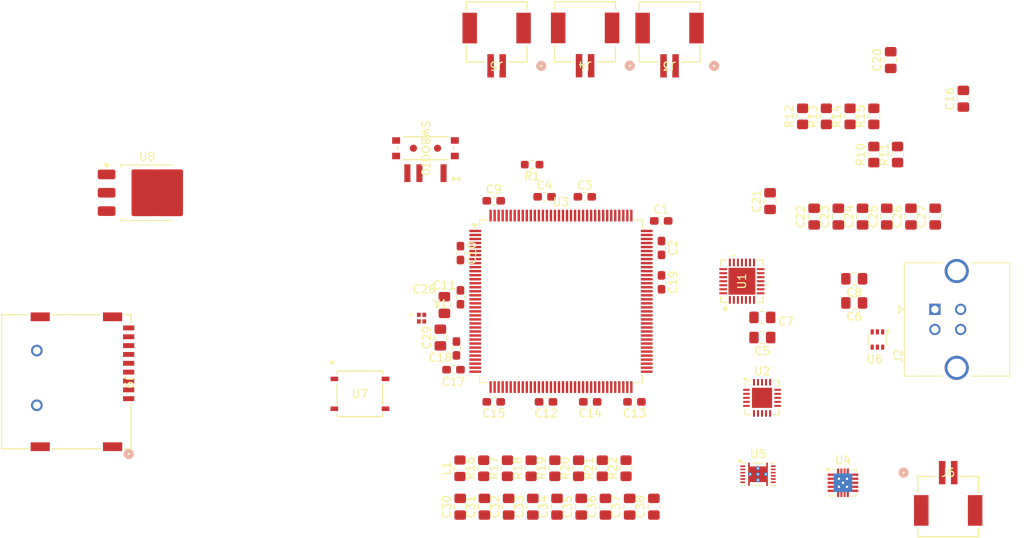
<source format=kicad_pcb>
(kicad_pcb (version 20240108) (generator "pcbnew") (generator_version "8.0")
  (layers (0 "F.Cu" signal) (31 "B.Cu" signal) (34 "B.Paste" user) (35 "F.Paste" user) (36 "B.SilkS" user "B.Silkscreen") (37 "F.SilkS" user "F.Silkscreen") (38 "B.Mask" user) (39 "F.Mask" user) (44 "Edge.Cuts" user))
  (net 0 "")
  (net 3 "/MCU/Eink_RST")
  (net 4 "Extra_3")
  (net 5 "Net-(SWBOOT0-B)")
  (net 7 "Net-(J4-Pin_2)")
  (net 9 "SPI3_MISO")
  (net 11 "/MCU/SPI1_MOSI")
  (net 13 "Net-(J5-Pin_2)")
  (net 16 "I2C4_SCL")
  (net 22 "/MCU/SPI1_NSS")
  (net 25 "/MCU/USART1_TX")
  (net 31 "SWDIO")
  (net 34 "/MCU/USART1_RX")
  (net 35 "SWCLK")
  (net 42 "NRST")
  (net 43 "GND")
  (net 47 "/ExtraPeriphs/button1")
  (net 51 "SPI3_MOSI")
  (net 52 "USART2_TX")
  (net 57 "Net-(U3-PH3)")
  (net 61 "/MCU/Eink_Busy")
  (net 64 "V_5V")
  (net 65 "Net-(U3-PH0)")
  (net 66 "/MCU/SPI1_SCK")
  (net 71 "Extra_1")
  (net 72 "SPI3_SCK")
  (net 74 "/MCU/Eink_D{slash}C")
  (net 78 "Extra_4")
  (net 79 "/LipoPower/Recharge_ST1")
  (net 83 "Net-(U3-PH1)")
  (net 84 "SPI3_NSS")
  (net 85 "/ExtraPeriphs/button2")
  (net 89 "Extra_2")
  (net 95 "USART2_RX")
  (net 99 "/ExtraPeriphs/button3")
  (net 102 "+3.3V")
  (net 103 "/LipoPower/Recharge_PG")
  (net 104 "I2C4_SDA")
  (net 108 "Extra_5")
  (net 111 "Net-(J3-Pin_2)")
  (net 112 "Net-(U2-PROG1)")
  (net 113 "V_Batt")
  (net 114 "VBUS")
  (net 115 "/LipoPower/Recharge_ST2")
  (net 116 "Net-(U2-PROG3)")
  (net 117 "Net-(U2-THERM)")
  (net 118 "/LipoPower/Monitor_SCL")
  (net 119 "/LipoPower/Monitor_SDA")
  (net 120 "/LipoPower/Monitor_GPOUT")
  (net 121 "Net-(U4-L2)")
  (net 122 "Net-(U4-FB)")
  (net 123 "Net-(U4-VAUX)")
  (net 124 "Net-(U4-L1)")
  (net 128 "Net-(U5-V_{DD})")
  (net 129 "Net-(U5-BIN)")
  (net 131 "Net-(U5-SRN)")
  (net 144 "Net-(J2-D+)")
  (net 146 "Net-(J2-D-)")
  (net 150 "Net-(U1-VDD)")
  (net 178 "/MCU/SPI2_NSS")
  (net 179 "/MCU/SPI2_MOSI")
  (net 180 "/MCU/SPI2_MISO")
  (net 181 "/MCU/SD_GPIO")
  (net 182 "/MCU/SPI2_SCK")
  (footprint "Capacitor_SMD:C_0805_2012Metric_Pad1.18x1.45mm_HandSolder" (layer "F.Cu") (at 152.55 100.0375 90)
    (property "Reference" "C38" (at 0 -1.68 90) (layer "F.SilkS"))
    (property "Value" "22uF")
    (pad "1" smd roundrect (at -1.0375 0 90) (size 1.175 1.45) (layers "F.Cu" "F.Paste" "F.Mask") (roundrect_rratio 0.212766) (net 43 "GND"))
    (pad "2" smd roundrect (at 1.0375 0 90) (size 1.175 1.45) (layers "F.Cu" "F.Paste" "F.Mask") (roundrect_rratio 0.212766) (net 102 "+3.3V"))
  )
  (footprint "Capacitor_SMD:C_0805_2012Metric_Pad1.18x1.45mm_HandSolder" (layer "F.Cu") (at 126.5 74.9625 -90)
    (property "Reference" "C28" (at -1.9625 2.5 180) (layer "F.SilkS"))
    (property "Value" "4pF")
    (pad "1" smd roundrect (at -1.0375 0 270) (size 1.175 1.45) (layers "F.Cu" "F.Paste" "F.Mask") (roundrect_rratio 0.212766) (net 43 "GND"))
    (pad "2" smd roundrect (at 1.0375 0 270) (size 1.175 1.45) (layers "F.Cu" "F.Paste" "F.Mask") (roundrect_rratio 0.212766) (net 65 "Net-(U3-PH0)"))
  )
  (footprint "Capacitor_SMD:C_0805_2012Metric_Pad1.18x1.45mm_HandSolder" (layer "F.Cu") (at 182 44.5 90)
    (property "Reference" "C20" (at 0 -1.68 90) (layer "F.SilkS"))
    (property "Value" "100nF")
    (pad "1" smd roundrect (at -1.0375 0 90) (size 1.175 1.45) (layers "F.Cu" "F.Paste" "F.Mask") (roundrect_rratio 0.212766) (net 43 "GND"))
    (pad "2" smd roundrect (at 1.0375 0 90) (size 1.175 1.45) (layers "F.Cu" "F.Paste" "F.Mask") (roundrect_rratio 0.212766) (net 42 "NRST"))
  )
  (footprint "Capacitor_SMD:C_0603_1608Metric_Pad1.08x0.95mm_HandSolder" (layer "F.Cu") (at 132.6375 62)
    (property "Reference" "C9" (at 0 -1.43 0) (layer "F.SilkS"))
    (property "Value" "100nF")
    (pad "1" smd roundrect (at -0.8625 0) (size 1.075 0.95) (layers "F.Cu" "F.Paste" "F.Mask") (net 102 "+3.3V"))
    (pad "2" smd roundrect (at 0.8625 0) (size 1.075 0.95) (layers "F.Cu" "F.Paste" "F.Mask") (net 43 "GND"))
  )
  (footprint "Capacitor_SMD:C_0603_1608Metric_Pad1.08x0.95mm_HandSolder" (layer "F.Cu") (at 150.1375 87 180)
    (property "Reference" "C13" (at 0 -1.43 360) (layer "F.SilkS"))
    (property "Value" "100nF")
    (pad "1" smd roundrect (at -0.8625 0 180) (size 1.075 0.95) (layers "F.Cu" "F.Paste" "F.Mask") (net 102 "+3.3V"))
    (pad "2" smd roundrect (at 0.8625 0 180) (size 1.075 0.95) (layers "F.Cu" "F.Paste" "F.Mask") (net 43 "GND"))
  )
  (footprint "Package_TO_SOT_SMD:SOT-363_SC-70-6" (layer "F.Cu") (at 180.35 79.25 -90)
    (property "Reference" "U6" (at 2.45 0.35 180) (layer "F.SilkS"))
    (property "Value" "NUP2202")
    (pad "1" smd roundrect (at -0.95 -0.65 270) (size 0.65 0.4) (layers "F.Cu" "F.Paste" "F.Mask") (net 144 "Net-(J2-D+)"))
    (pad "2" smd roundrect (at -0.95 0 270) (size 0.65 0.4) (layers "F.Cu" "F.Paste" "F.Mask") (net 43 "GND"))
    (pad "3" smd roundrect (at -0.95 0.65 270) (size 0.65 0.4) (layers "F.Cu" "F.Paste" "F.Mask"))
    (pad "4" smd roundrect (at 0.95 0.65 270) (size 0.65 0.4) (layers "F.Cu" "F.Paste" "F.Mask"))
    (pad "5" smd roundrect (at 0.95 0 270) (size 0.65 0.4) (layers "F.Cu" "F.Paste" "F.Mask"))
    (pad "6" smd roundrect (at 0.95 -0.65 270) (size 0.65 0.4) (layers "F.Cu" "F.Paste" "F.Mask") (net 146 "Net-(J2-D-)"))
  )
  (footprint "Capacitor_SMD:C_0805_2012Metric_Pad1.18x1.45mm_HandSolder" (layer "F.Cu") (at 178.5 63.9625 90)
    (property "Reference" "C24" (at 0 -1.68 90) (layer "F.SilkS"))
    (property "Value" "10pF")
    (pad "1" smd roundrect (at -1.0375 0 90) (size 1.175 1.45) (layers "F.Cu" "F.Paste" "F.Mask") (roundrect_rratio 0.212766) (net 7 "Net-(J4-Pin_2)"))
    (pad "2" smd roundrect (at 1.0375 0 90) (size 1.175 1.45) (layers "F.Cu" "F.Paste" "F.Mask") (roundrect_rratio 0.212766) (net 43 "GND"))
  )
  (footprint "PCB_Lib:CP2102" (layer "F.Cu") (at 163.5 72 90)
    (property "Reference" "U1" (at 0 0 90) (layer "F.SilkS"))
    (property "Value" "CP2102-GMR")
    (fp_text user "*" (at -3.4417 -1.75 90) (layer "F.SilkS"))
    (fp_text user "*" (at -3.4417 -1.75 90) (layer "F.SilkS"))
    (pad "1" smd rect (at -2.3241 -1.5 180) (size 0.254 0.9652) (layers "F.Cu" "F.Paste" "F.Mask"))
    (pad "2" smd rect (at -2.3241 -1.000001 180) (size 0.254 0.9652) (layers "F.Cu" "F.Paste" "F.Mask"))
    (pad "3" smd rect (at -2.3241 -0.499999 180) (size 0.254 0.9652) (layers "F.Cu" "F.Paste" "F.Mask") (net 43 "GND"))
    (pad "4" smd rect (at -2.3241 0 180) (size 0.254 0.9652) (layers "F.Cu" "F.Paste" "F.Mask") (net 144 "Net-(J2-D+)"))
    (pad "5" smd rect (at -2.3241 0.499999 180) (size 0.254 0.9652) (layers "F.Cu" "F.Paste" "F.Mask") (net 146 "Net-(J2-D-)"))
    (pad "6" smd rect (at -2.3241 1.000001 180) (size 0.254 0.9652) (layers "F.Cu" "F.Paste" "F.Mask") (net 150 "Net-(U1-VDD)"))
    (pad "7" smd rect (at -2.3241 1.5 180) (size 0.254 0.9652) (layers "F.Cu" "F.Paste" "F.Mask") (net 114 "VBUS"))
    (pad "8" smd rect (at -1.5 2.3241 90) (size 0.254 0.9652) (layers "F.Cu" "F.Paste" "F.Mask") (net 114 "VBUS"))
    (pad "9" smd rect (at -1.000001 2.3241 90) (size 0.254 0.9652) (layers "F.Cu" "F.Paste" "F.Mask"))
    (pad "10" smd rect (at -0.499999 2.3241 90) (size 0.254 0.9652) (layers "F.Cu" "F.Paste" "F.Mask"))
    (pad "11" smd rect (at 0 2.3241 90) (size 0.254 0.9652) (layers "F.Cu" "F.Paste" "F.Mask"))
    (pad "12" smd rect (at 0.499999 2.3241 90) (size 0.254 0.9652) (layers "F.Cu" "F.Paste" "F.Mask"))
    (pad "13" smd rect (at 1.000001 2.3241 90) (size 0.254 0.9652) (layers "F.Cu" "F.Paste" "F.Mask"))
    (pad "14" smd rect (at 1.5 2.3241 90) (size 0.254 0.9652) (layers "F.Cu" "F.Paste" "F.Mask"))
    (pad "15" smd rect (at 2.3241 1.5 180) (size 0.254 0.9652) (layers "F.Cu" "F.Paste" "F.Mask"))
    (pad "16" smd rect (at 2.3241 1.000001 180) (size 0.254 0.9652) (layers "F.Cu" "F.Paste" "F.Mask"))
    (pad "17" smd rect (at 2.3241 0.499999 180) (size 0.254 0.9652) (layers "F.Cu" "F.Paste" "F.Mask"))
    (pad "18" smd rect (at 2.3241 0 180) (size 0.254 0.9652) (layers "F.Cu" "F.Paste" "F.Mask"))
    (pad "19" smd rect (at 2.3241 -0.499999 180) (size 0.254 0.9652) (layers "F.Cu" "F.Paste" "F.Mask"))
    (pad "20" smd rect (at 2.3241 -1.000001 180) (size 0.254 0.9652) (layers "F.Cu" "F.Paste" "F.Mask"))
    (pad "21" smd rect (at 2.3241 -1.5 180) (size 0.254 0.9652) (layers "F.Cu" "F.Paste" "F.Mask"))
    (pad "22" smd rect (at 1.5 -2.3241 90) (size 0.254 0.9652) (layers "F.Cu" "F.Paste" "F.Mask"))
    (pad "23" smd rect (at 1.000001 -2.3241 90) (size 0.254 0.9652) (layers "F.Cu" "F.Paste" "F.Mask"))
    (pad "24" smd rect (at 0.499999 -2.3241 90) (size 0.254 0.9652) (layers "F.Cu" "F.Paste" "F.Mask"))
    (pad "25" smd rect (at 0 -2.3241 90) (size 0.254 0.9652) (layers "F.Cu" "F.Paste" "F.Mask") (net 25 "/MCU/USART1_TX"))
    (pad "26" smd rect (at -0.499999 -2.3241 90) (size 0.254 0.9652) (layers "F.Cu" "F.Paste" "F.Mask") (net 34 "/MCU/USART1_RX"))
    (pad "27" smd rect (at -1.000001 -2.3241 90) (size 0.254 0.9652) (layers "F.Cu" "F.Paste" "F.Mask"))
    (pad "28" smd rect (at -1.5 -2.3241 90) (size 0.254 0.9652) (layers "F.Cu" "F.Paste" "F.Mask"))
    (pad "29" smd rect (at 0 0 90) (size 3.3528 3.3528) (layers "F.Cu" "F.Paste" "F.Mask") (net 43 "GND"))
  )
  (footprint "Resistor_SMD:R_0805_2012Metric_Pad1.20x1.40mm_HandSolder" (layer "F.Cu") (at 143.19 95.2575 90)
    (property "Reference" "R20" (at 0 -1.65 90) (layer "F.SilkS"))
    (property "Value" "200k")
    (pad "1" smd roundrect (at -1 0 90) (size 1.2 1.4) (layers "F.Cu" "F.Paste" "F.Mask") (roundrect_rratio 0.208333) (net 122 "Net-(U4-FB)"))
    (pad "2" smd roundrect (at 1 0 90) (size 1.2 1.4) (layers "F.Cu" "F.Paste" "F.Mask") (roundrect_rratio 0.208333) (net 43 "GND"))
  )
  (footprint "Connector_USB:USB_B_TE_5787834_Vertical" (layer "F.Cu") (at 187.5 75.5 90)
    (property "Reference" "J2" (at -5.8 -4.55 90) (layer "F.SilkS"))
    (property "Value" "USB_B")
    (pad "1" thru_hole rect (at 0 0 90) (size 1.4 1.4) (drill 0.92) (layers "*.Cu" "*.Mask") (net 114 "VBUS"))
    (pad "2" thru_hole circle (at -2.5 0 90) (size 1.4 1.4) (drill 0.92) (layers "*.Cu" "*.Mask") (net 146 "Net-(J2-D-)"))
    (pad "3" thru_hole circle (at -2.5 3.2 90) (size 1.4 1.4) (drill 0.92) (layers "*.Cu" "*.Mask") (net 144 "Net-(J2-D+)"))
    (pad "4" thru_hole circle (at 0 3.2 90) (size 1.4 1.4) (drill 0.92) (layers "*.Cu" "*.Mask") (net 43 "GND"))
    (pad "5" thru_hole circle (at -7.27 2.71 90) (size 3 3) (drill 2.3) (layers "*.Cu" "*.Mask"))
    (pad "5" thru_hole circle (at 4.77 2.71 90) (size 3 3) (drill 2.3) (layers "*.Cu" "*.Mask"))
  )
  (footprint "Capacitor_SMD:C_0805_2012Metric_Pad1.18x1.45mm_HandSolder" (layer "F.Cu") (at 184.52 63.9625 90)
    (property "Reference" "C26" (at 0 -1.68 90) (layer "F.SilkS"))
    (property "Value" "10pF")
    (pad "1" smd roundrect (at -1.0375 0 90) (size 1.175 1.45) (layers "F.Cu" "F.Paste" "F.Mask") (roundrect_rratio 0.212766) (net 13 "Net-(J5-Pin_2)"))
    (pad "2" smd roundrect (at 1.0375 0 90) (size 1.175 1.45) (layers "F.Cu" "F.Paste" "F.Mask") (roundrect_rratio 0.212766) (net 43 "GND"))
  )
  (footprint "PCB_Lib:JST Conn" (layer "F.Cu") (at 154.5 41 180)
    (property "Reference" "J3" (at 0 -4.219501 180) (layer "F.SilkS"))
    (property "Value" "JST Conn")
    (pad "1" smd rect (at -0.750001 -4.219501 180) (size 0.8128 2.8956) (layers "F.Cu" "F.Paste" "F.Mask") (net 102 "+3.3V"))
    (pad "2" smd rect (at 0.750001 -4.219501 180) (size 0.8128 2.8956) (layers "F.Cu" "F.Paste" "F.Mask") (net 111 "Net-(J3-Pin_2)"))
    (pad "3" smd rect (at -3.350001 0.480499 180) (size 1.8034 3.81) (layers "F.Cu" "F.Paste" "F.Mask"))
    (pad "4" smd rect (at 3.350001 0.480499 180) (size 1.8034 3.81) (layers "F.Cu" "F.Paste" "F.Mask"))
  )
  (footprint "Capacitor_SMD:C_0805_2012Metric_Pad1.18x1.45mm_HandSolder" (layer "F.Cu") (at 177.4625 74.7 180)
    (property "Reference" "C6" (at 0 -1.68 360) (layer "F.SilkS"))
    (property "Value" "1uF")
    (pad "1" smd roundrect (at -1.0375 0 180) (size 1.175 1.45) (layers "F.Cu" "F.Paste" "F.Mask") (roundrect_rratio 0.212766) (net 114 "VBUS"))
    (pad "2" smd roundrect (at 1.0375 0 180) (size 1.175 1.45) (layers "F.Cu" "F.Paste" "F.Mask") (roundrect_rratio 0.212766) (net 43 "GND"))
  )
  (footprint "Capacitor_SMD:C_0805_2012Metric_Pad1.18x1.45mm_HandSolder" (layer "F.Cu") (at 181.51 63.9625 90)
    (property "Reference" "C25" (at 0 -1.68 90) (layer "F.SilkS"))
    (property "Value" "100n")
    (pad "1" smd roundrect (at -1.0375 0 90) (size 1.175 1.45) (layers "F.Cu" "F.Paste" "F.Mask") (roundrect_rratio 0.212766) (net 85 "/ExtraPeriphs/button2"))
    (pad "2" smd roundrect (at 1.0375 0 90) (size 1.175 1.45) (layers "F.Cu" "F.Paste" "F.Mask") (roundrect_rratio 0.212766) (net 43 "GND"))
  )
  (footprint "Capacitor_SMD:C_0805_2012Metric_Pad1.18x1.45mm_HandSolder" (layer "F.Cu") (at 131.48 100.0375 90)
    (property "Reference" "C31" (at 0 -1.68 90) (layer "F.SilkS"))
    (property "Value" "10uF")
    (pad "1" smd roundrect (at -1.0375 0 90) (size 1.175 1.45) (layers "F.Cu" "F.Paste" "F.Mask") (roundrect_rratio 0.212766) (net 64 "V_5V"))
    (pad "2" smd roundrect (at 1.0375 0 90) (size 1.175 1.45) (layers "F.Cu" "F.Paste" "F.Mask") (roundrect_rratio 0.212766) (net 43 "GND"))
  )
  (footprint "Capacitor_SMD:C_0805_2012Metric_Pad1.18x1.45mm_HandSolder" (layer "F.Cu") (at 140.51 100.0375 90)
    (property "Reference" "C34" (at 0 -1.68 90) (layer "F.SilkS"))
    (property "Value" "10pF")
    (pad "1" smd roundrect (at -1.0375 0 90) (size 1.175 1.45) (layers "F.Cu" "F.Paste" "F.Mask") (roundrect_rratio 0.212766) (net 122 "Net-(U4-FB)"))
    (pad "2" smd roundrect (at 1.0375 0 90) (size 1.175 1.45) (layers "F.Cu" "F.Paste" "F.Mask") (roundrect_rratio 0.212766) (net 43 "GND"))
  )
  (footprint "Capacitor_SMD:C_0805_2012Metric_Pad1.18x1.45mm_HandSolder" (layer "F.Cu") (at 146.53 100.0375 90)
    (property "Reference" "C36" (at 0 -1.68 90) (layer "F.SilkS"))
    (property "Value" "C_Small")
    (pad "1" smd roundrect (at -1.0375 0 90) (size 1.175 1.45) (layers "F.Cu" "F.Paste" "F.Mask") (roundrect_rratio 0.212766) (net 43 "GND"))
    (pad "2" smd roundrect (at 1.0375 0 90) (size 1.175 1.45) (layers "F.Cu" "F.Paste" "F.Mask") (roundrect_rratio 0.212766) (net 128 "Net-(U5-V_{DD})"))
  )
  (footprint "Resistor_SMD:R_0805_2012Metric_Pad1.20x1.40mm_HandSolder" (layer "F.Cu") (at 179.9 51.5 90)
    (property "Reference" "R15" (at 0 -1.65 90) (layer "F.SilkS"))
    (property "Value" "1k")
    (pad "1" smd roundrect (at -1 0 90) (size 1.2 1.4) (layers "F.Cu" "F.Paste" "F.Mask") (roundrect_rratio 0.208333) (net 13 "Net-(J5-Pin_2)"))
    (pad "2" smd roundrect (at 1 0 90) (size 1.2 1.4) (layers "F.Cu" "F.Paste" "F.Mask") (roundrect_rratio 0.208333) (net 99 "/ExtraPeriphs/button3"))
  )
  (footprint "Resistor_SMD:R_0805_2012Metric_Pad1.20x1.40mm_HandSolder" (layer "F.Cu") (at 131.39 95.2575 90)
    (property "Reference" "R16" (at 0 -1.65 90) (layer "F.SilkS"))
    (property "Value" "10K")
    (pad "1" smd roundrect (at -1 0 90) (size 1.2 1.4) (layers "F.Cu" "F.Paste" "F.Mask") (roundrect_rratio 0.208333) (net 112 "Net-(U2-PROG1)"))
    (pad "2" smd roundrect (at 1 0 90) (size 1.2 1.4) (layers "F.Cu" "F.Paste" "F.Mask") (roundrect_rratio 0.208333) (net 43 "GND"))
  )
  (footprint "Capacitor_SMD:C_0805_2012Metric_Pad1.18x1.45mm_HandSolder" (layer "F.Cu") (at 177.4625 71.7 180)
    (property "Reference" "C8" (at 0 -1.68 360) (layer "F.SilkS"))
    (property "Value" "0.1uF")
    (pad "1" smd roundrect (at -1.0375 0 180) (size 1.175 1.45) (layers "F.Cu" "F.Paste" "F.Mask") (roundrect_rratio 0.212766) (net 114 "VBUS"))
    (pad "2" smd roundrect (at 1.0375 0 180) (size 1.175 1.45) (layers "F.Cu" "F.Paste" "F.Mask") (roundrect_rratio 0.212766) (net 43 "GND"))
  )
  (footprint "PCB_Lib:JST Conn" (layer "F.Cu") (at 133 41 180)
    (property "Reference" "J5" (at 0 -4.219501 180) (layer "F.SilkS"))
    (property "Value" "JST Conn")
    (pad "1" smd rect (at -0.750001 -4.219501 180) (size 0.8128 2.8956) (layers "F.Cu" "F.Paste" "F.Mask") (net 102 "+3.3V"))
    (pad "2" smd rect (at 0.750001 -4.219501 180) (size 0.8128 2.8956) (layers "F.Cu" "F.Paste" "F.Mask") (net 13 "Net-(J5-Pin_2)"))
    (pad "3" smd rect (at -3.350001 0.480499 180) (size 1.8034 3.81) (layers "F.Cu" "F.Paste" "F.Mask"))
    (pad "4" smd rect (at 3.350001 0.480499 180) (size 1.8034 3.81) (layers "F.Cu" "F.Paste" "F.Mask"))
  )
  (footprint "Capacitor_SMD:C_0603_1608Metric_Pad1.08x0.95mm_HandSolder" (layer "F.Cu") (at 138.9625 61.5)
    (property "Reference" "C4" (at 0 -1.43 0) (layer "F.SilkS"))
    (property "Value" "100nF")
    (pad "1" smd roundrect (at -0.8625 0) (size 1.075 0.95) (layers "F.Cu" "F.Paste" "F.Mask") (net 102 "+3.3V"))
    (pad "2" smd roundrect (at 0.8625 0) (size 1.075 0.95) (layers "F.Cu" "F.Paste" "F.Mask") (net 43 "GND"))
  )
  (footprint "Capacitor_SMD:C_0805_2012Metric_Pad1.18x1.45mm_HandSolder" (layer "F.Cu") (at 191.03 49.31 90)
    (property "Reference" "C16" (at 0 -1.68 90) (layer "F.SilkS"))
    (property "Value" "4.7uF")
    (pad "1" smd roundrect (at -1.0375 0 90) (size 1.175 1.45) (layers "F.Cu" "F.Paste" "F.Mask") (roundrect_rratio 0.212766) (net 102 "+3.3V"))
    (pad "2" smd roundrect (at 1.0375 0 90) (size 1.175 1.45) (layers "F.Cu" "F.Paste" "F.Mask") (roundrect_rratio 0.212766) (net 43 "GND"))
  )
  (footprint "Resistor_SMD:R_0603_1608Metric_Pad0.98x0.95mm_HandSolder" (layer "F.Cu") (at 137.4125 57.5 180)
    (property "Reference" "R1" (at 0 -1.43 360) (layer "F.SilkS"))
    (property "Value" "10k")
    (pad "1" smd roundrect (at -0.9125 0 180) (size 0.975 0.95) (layers "F.Cu" "F.Paste" "F.Mask") (net 5 "Net-(SWBOOT0-B)"))
    (pad "2" smd roundrect (at 0.9125 0 180) (size 0.975 0.95) (layers "F.Cu" "F.Paste" "F.Mask") (net 57 "Net-(U3-PH3)"))
  )
  (footprint "Capacitor_SMD:C_0805_2012Metric_Pad1.18x1.45mm_HandSolder" (layer "F.Cu") (at 149.54 100.0375 90)
    (property "Reference" "C37" (at 0 -1.68 90) (layer "F.SilkS"))
    (property "Value" "22uF")
    (pad "1" smd roundrect (at -1.0375 0 90) (size 1.175 1.45) (layers "F.Cu" "F.Paste" "F.Mask") (roundrect_rratio 0.212766) (net 43 "GND"))
    (pad "2" smd roundrect (at 1.0375 0 90) (size 1.175 1.45) (layers "F.Cu" "F.Paste" "F.Mask") (roundrect_rratio 0.212766) (net 102 "+3.3V"))
  )
  (footprint "Resistor_SMD:R_0805_2012Metric_Pad1.20x1.40mm_HandSolder" (layer "F.Cu") (at 174 51.5 90)
    (property "Reference" "R13" (at 0 -1.65 90) (layer "F.SilkS"))
    (property "Value" "1k")
    (pad "1" smd roundrect (at -1 0 90) (size 1.2 1.4) (layers "F.Cu" "F.Paste" "F.Mask") (roundrect_rratio 0.208333) (net 7 "Net-(J4-Pin_2)"))
    (pad "2" smd roundrect (at 1 0 90) (size 1.2 1.4) (layers "F.Cu" "F.Paste" "F.Mask") (roundrect_rratio 0.208333) (net 85 "/ExtraPeriphs/button2"))
  )
  (footprint "Package_QFP:LQFP-144_20x20mm_P0.5mm" (layer "F.Cu") (at 141 74.5)
    (property "Reference" "U3" (at 0 -12.35 0) (layer "F.SilkS"))
    (property "Value" "STM32L496ZGTxP")
    (pad "1" smd roundrect (at -10.6625 -8.75) (size 1.475 0.3) (layers "F.Cu" "F.Paste" "F.Mask") (net 4 "Extra_3"))
    (pad "2" smd roundrect (at -10.6625 -8.25) (size 1.475 0.3) (layers "F.Cu" "F.Paste" "F.Mask") (net 78 "Extra_4"))
    (pad "3" smd roundrect (at -10.6625 -7.75) (size 1.475 0.3) (layers "F.Cu" "F.Paste" "F.Mask") (net 108 "Extra_5"))
    (pad "4" smd roundrect (at -10.6625 -7.25) (size 1.475 0.3) (layers "F.Cu" "F.Paste" "F.Mask"))
    (pad "5" smd roundrect (at -10.6625 -6.75) (size 1.475 0.3) (layers "F.Cu" "F.Paste" "F.Mask"))
    (pad "6" smd roundrect (at -10.6625 -6.25) (size 1.475 0.3) (layers "F.Cu" "F.Paste" "F.Mask") (net 102 "+3.3V"))
    (pad "7" smd roundrect (at -10.6625 -5.75) (size 1.475 0.3) (layers "F.Cu" "F.Paste" "F.Mask"))
    (pad "8" smd roundrect (at -10.6625 -5.25) (size 1.475 0.3) (layers "F.Cu" "F.Paste" "F.Mask"))
    (pad "9" smd roundrect (at -10.6625 -4.75) (size 1.475 0.3) (layers "F.Cu" "F.Paste" "F.Mask"))
    (pad "10" smd roundrect (at -10.6625 -4.25) (size 1.475 0.3) (layers "F.Cu" "F.Paste" "F.Mask") (net 104 "I2C4_SDA"))
    (pad "11" smd roundrect (at -10.6625 -3.75) (size 1.475 0.3) (layers "F.Cu" "F.Paste" "F.Mask") (net 16 "I2C4_SCL"))
    (pad "12" smd roundrect (at -10.6625 -3.25) (size 1.475 0.3) (layers "F.Cu" "F.Paste" "F.Mask"))
    (pad "13" smd roundrect (at -10.6625 -2.75) (size 1.475 0.3) (layers "F.Cu" "F.Paste" "F.Mask"))
    (pad "14" smd roundrect (at -10.6625 -2.25) (size 1.475 0.3) (layers "F.Cu" "F.Paste" "F.Mask"))
    (pad "15" smd roundrect (at -10.6625 -1.75) (size 1.475 0.3) (layers "F.Cu" "F.Paste" "F.Mask"))
    (pad "16" smd roundrect (at -10.6625 -1.25) (size 1.475 0.3) (layers "F.Cu" "F.Paste" "F.Mask") (net 43 "GND"))
    (pad "17" smd roundrect (at -10.6625 -0.75) (size 1.475 0.3) (layers "F.Cu" "F.Paste" "F.Mask") (net 102 "+3.3V"))
    (pad "18" smd roundrect (at -10.6625 -0.25) (size 1.475 0.3) (layers "F.Cu" "F.Paste" "F.Mask"))
    (pad "19" smd roundrect (at -10.6625 0.25) (size 1.475 0.3) (layers "F.Cu" "F.Paste" "F.Mask"))
    (pad "20" smd roundrect (at -10.6625 0.75) (size 1.475 0.3) (layers "F.Cu" "F.Paste" "F.Mask"))
    (pad "21" smd roundrect (at -10.6625 1.25) (size 1.475 0.3) (layers "F.Cu" "F.Paste" "F.Mask"))
    (pad "22" smd roundrect (at -10.6625 1.75) (size 1.475 0.3) (layers "F.Cu" "F.Paste" "F.Mask"))
    (pad "23" smd roundrect (at -10.6625 2.25) (size 1.475 0.3) (layers "F.Cu" "F.Paste" "F.Mask") (net 65 "Net-(U3-PH0)"))
    (pad "24" smd roundrect (at -10.6625 2.75) (size 1.475 0.3) (layers "F.Cu" "F.Paste" "F.Mask") (net 83 "Net-(U3-PH1)"))
    (pad "25" smd roundrect (at -10.6625 3.25) (size 1.475 0.3) (layers "F.Cu" "F.Paste" "F.Mask") (net 42 "NRST"))
    (pad "26" smd roundrect (at -10.6625 3.75) (size 1.475 0.3) (layers "F.Cu" "F.Paste" "F.Mask"))
    (pad "27" smd roundrect (at -10.6625 4.25) (size 1.475 0.3) (layers "F.Cu" "F.Paste" "F.Mask"))
    (pad "28" smd roundrect (at -10.6625 4.75) (size 1.475 0.3) (layers "F.Cu" "F.Paste" "F.Mask"))
    (pad "29" smd roundrect (at -10.6625 5.25) (size 1.475 0.3) (layers "F.Cu" "F.Paste" "F.Mask") (net 47 "/ExtraPeriphs/button1"))
    (pad "30" smd roundrect (at -10.6625 5.75) (size 1.475 0.3) (layers "F.Cu" "F.Paste" "F.Mask") (net 43 "GND"))
    (pad "31" smd roundrect (at -10.6625 6.25) (size 1.475 0.3) (layers "F.Cu" "F.Paste" "F.Mask") (net 43 "GND"))
    (pad "32" smd roundrect (at -10.6625 6.75) (size 1.475 0.3) (layers "F.Cu" "F.Paste" "F.Mask") (net 102 "+3.3V"))
    (pad "33" smd roundrect (at -10.6625 7.25) (size 1.475 0.3) (layers "F.Cu" "F.Paste" "F.Mask") (net 102 "+3.3V"))
    (pad "34" smd roundrect (at -10.6625 7.75) (size 1.475 0.3) (layers "F.Cu" "F.Paste" "F.Mask"))
    (pad "35" smd roundrect (at -10.6625 8.25) (size 1.475 0.3) (layers "F.Cu" "F.Paste" "F.Mask"))
    (pad "36" smd roundrect (at -10.6625 8.75) (size 1.475 0.3) (layers "F.Cu" "F.Paste" "F.Mask"))
    (pad "37" smd roundrect (at -8.75 10.6625) (size 0.3 1.475) (layers "F.Cu" "F.Paste" "F.Mask"))
    (pad "38" smd roundrect (at -8.25 10.6625) (size 0.3 1.475) (layers "F.Cu" "F.Paste" "F.Mask") (net 43 "GND"))
    (pad "39" smd roundrect (at -7.75 10.6625) (size 0.3 1.475) (layers "F.Cu" "F.Paste" "F.Mask") (net 102 "+3.3V"))
    (pad "40" smd roundrect (at -7.25 10.6625) (size 0.3 1.475) (layers "F.Cu" "F.Paste" "F.Mask") (net 22 "/MCU/SPI1_NSS"))
    (pad "41" smd roundrect (at -6.75 10.6625) (size 0.3 1.475) (layers "F.Cu" "F.Paste" "F.Mask") (net 66 "/MCU/SPI1_SCK"))
    (pad "42" smd roundrect (at -6.25 10.6625) (size 0.3 1.475) (layers "F.Cu" "F.Paste" "F.Mask") (net 61 "/MCU/Eink_Busy"))
    (pad "43" smd roundrect (at -5.75 10.6625) (size 0.3 1.475) (layers "F.Cu" "F.Paste" "F.Mask") (net 11 "/MCU/SPI1_MOSI"))
    (pad "44" smd roundrect (at -5.25 10.6625) (size 0.3 1.475) (layers "F.Cu" "F.Paste" "F.Mask") (net 85 "/ExtraPeriphs/button2"))
    (pad "45" smd roundrect (at -4.75 10.6625) (size 0.3 1.475) (layers "F.Cu" "F.Paste" "F.Mask") (net 99 "/ExtraPeriphs/button3"))
    (pad "46" smd roundrect (at -4.25 10.6625) (size 0.3 1.475) (layers "F.Cu" "F.Paste" "F.Mask"))
    (pad "47" smd roundrect (at -3.75 10.6625) (size 0.3 1.475) (layers "F.Cu" "F.Paste" "F.Mask"))
    (pad "48" smd roundrect (at -3.25 10.6625) (size 0.3 1.475) (layers "F.Cu" "F.Paste" "F.Mask"))
    (pad "49" smd roundrect (at -2.75 10.6625) (size 0.3 1.475) (layers "F.Cu" "F.Paste" "F.Mask"))
    (pad "50" smd roundrect (at -2.25 10.6625) (size 0.3 1.475) (layers "F.Cu" "F.Paste" "F.Mask"))
    (pad "51" smd roundrect (at -1.75 10.6625) (size 0.3 1.475) (layers "F.Cu" "F.Paste" "F.Mask") (net 43 "GND"))
    (pad "52" smd roundrect (at -1.25 10.6625) (size 0.3 1.475) (layers "F.Cu" "F.Paste" "F.Mask") (net 102 "+3.3V"))
    (pad "53" smd roundrect (at -0.75 10.6625) (size 0.3 1.475) (layers "F.Cu" "F.Paste" "F.Mask"))
    (pad "54" smd roundrect (at -0.25 10.6625) (size 0.3 1.475) (layers "F.Cu" "F.Paste" "F.Mask"))
    (pad "55" smd roundrect (at 0.25 10.6625) (size 0.3 1.475) (layers "F.Cu" "F.Paste" "F.Mask"))
    (pad "56" smd roundrect (at 0.75 10.6625) (size 0.3 1.475) (layers "F.Cu" "F.Paste" "F.Mask"))
    (pad "57" smd roundrect (at 1.25 10.6625) (size 0.3 1.475) (layers "F.Cu" "F.Paste" "F.Mask"))
    (pad "58" smd roundrect (at 1.75 10.6625) (size 0.3 1.475) (layers "F.Cu" "F.Paste" "F.Mask"))
    (pad "59" smd roundrect (at 2.25 10.6625) (size 0.3 1.475) (layers "F.Cu" "F.Paste" "F.Mask"))
    (pad "60" smd roundrect (at 2.75 10.6625) (size 0.3 1.475) (layers "F.Cu" "F.Paste" "F.Mask"))
    (pad "61" smd roundrect (at 3.25 10.6625) (size 0.3 1.475) (layers "F.Cu" "F.Paste" "F.Mask") (net 43 "GND"))
    (pad "62" smd roundrect (at 3.75 10.6625) (size 0.3 1.475) (layers "F.Cu" "F.Paste" "F.Mask") (net 102 "+3.3V"))
    (pad "63" smd roundrect (at 4.25 10.6625) (size 0.3 1.475) (layers "F.Cu" "F.Paste" "F.Mask"))
    (pad "64" smd roundrect (at 4.75 10.6625) (size 0.3 1.475) (layers "F.Cu" "F.Paste" "F.Mask"))
    (pad "65" smd roundrect (at 5.25 10.6625) (size 0.3 1.475) (layers "F.Cu" "F.Paste" "F.Mask"))
    (pad "66" smd roundrect (at 5.75 10.6625) (size 0.3 1.475) (layers "F.Cu" "F.Paste" "F.Mask"))
    (pad "67" smd roundrect (at 6.25 10.6625) (size 0.3 1.475) (layers "F.Cu" "F.Paste" "F.Mask"))
    (pad "68" smd roundrect (at 6.75 10.6625) (size 0.3 1.475) (layers "F.Cu" "F.Paste" "F.Mask"))
    (pad "69" smd roundrect (at 7.25 10.6625) (size 0.3 1.475) (layers "F.Cu" "F.Paste" "F.Mask") (net 182 "/MCU/SPI2_SCK"))
    (pad "70" smd roundrect (at 7.75 10.6625) (size 0.3 1.475) (layers "F.Cu" "F.Paste" "F.Mask"))
    (pad "71" smd roundrect (at 8.25 10.6625) (size 0.3 1.475) (layers "F.Cu" "F.Paste" "F.Mask") (net 43 "GND"))
    (pad "72" smd roundrect (at 8.75 10.6625) (size 0.3 1.475) (layers "F.Cu" "F.Paste" "F.Mask") (net 102 "+3.3V"))
    (pad "73" smd roundrect (at 10.6625 8.75) (size 1.475 0.3) (layers "F.Cu" "F.Paste" "F.Mask"))
    (pad "74" smd roundrect (at 10.6625 8.25) (size 1.475 0.3) (layers "F.Cu" "F.Paste" "F.Mask"))
    (pad "75" smd roundrect (at 10.6625 7.75) (size 1.475 0.3) (layers "F.Cu" "F.Paste" "F.Mask") (net 180 "/MCU/SPI2_MISO"))
    (pad "76" smd roundrect (at 10.6625 7.25) (size 1.475 0.3) (layers "F.Cu" "F.Paste" "F.Mask") (net 179 "/MCU/SPI2_MOSI"))
    (pad "77" smd roundrect (at 10.6625 6.75) (size 1.475 0.3) (layers "F.Cu" "F.Paste" "F.Mask") (net 115 "/LipoPower/Recharge_ST2"))
    (pad "78" smd roundrect (at 10.6625 6.25) (size 1.475 0.3) (layers "F.Cu" "F.Paste" "F.Mask") (net 79 "/LipoPower/Recharge_ST1"))
    (pad "79" smd roundrect (at 10.6625 5.75) (size 1.475 0.3) (layers "F.Cu" "F.Paste" "F.Mask") (net 103 "/LipoPower/Recharge_PG"))
    (pad "80" smd roundrect (at 10.6625 5.25) (size 1.475 0.3) (layers "F.Cu" "F.Paste" "F.Mask") (net 120 "/LipoPower/Monitor_GPOUT"))
    (pad "81" smd roundrect (at 10.6625 4.75) (size 1.475 0.3) (layers "F.Cu" "F.Paste" "F.Mask") (net 118 "/LipoPower/Monitor_SCL"))
    (pad "82" smd roundrect (at 10.6625 4.25) (size 1.475 0.3) (layers "F.Cu" "F.Paste" "F.Mask") (net 119 "/LipoPower/Monitor_SDA"))
    (pad "83" smd roundrect (at 10.6625 3.75) (size 1.475 0.3) (layers "F.Cu" "F.Paste" "F.Mask") (net 43 "GND"))
    (pad "84" smd roundrect (at 10.6625 3.25) (size 1.475 0.3) (layers "F.Cu" "F.Paste" "F.Mask") (net 102 "+3.3V"))
    (pad "85" smd roundrect (at 10.6625 2.75) (size 1.475 0.3) (layers "F.Cu" "F.Paste" "F.Mask"))
    (pad "86" smd roundrect (at 10.6625 2.25) (size 1.475 0.3) (layers "F.Cu" "F.Paste" "F.Mask"))
    (pad "87" smd roundrect (at 10.6625 1.75) (size 1.475 0.3) (layers "F.Cu" "F.Paste" "F.Mask"))
    (pad "88" smd roundrect (at 10.6625 1.25) (size 1.475 0.3) (layers "F.Cu" "F.Paste" "F.Mask"))
    (pad "89" smd roundrect (at 10.6625 0.75) (size 1.475 0.3) (layers "F.Cu" "F.Paste" "F.Mask"))
    (pad "90" smd roundrect (at 10.6625 0.25) (size 1.475 0.3) (layers "F.Cu" "F.Paste" "F.Mask"))
    (pad "91" smd roundrect (at 10.6625 -0.25) (size 1.475 0.3) (layers "F.Cu" "F.Paste" "F.Mask"))
    (pad "92" smd roundrect (at 10.6625 -0.75) (size 1.475 0.3) (layers "F.Cu" "F.Paste" "F.Mask"))
    (pad "93" smd roundrect (at 10.6625 -1.25) (size 1.475 0.3) (layers "F.Cu" "F.Paste" "F.Mask"))
    (pad "94" smd roundrect (at 10.6625 -1.75) (size 1.475 0.3) (layers "F.Cu" "F.Paste" "F.Mask") (net 43 "GND"))
    (pad "95" smd roundrect (at 10.6625 -2.25) (size 1.475 0.3) (layers "F.Cu" "F.Paste" "F.Mask") (net 102 "+3.3V"))
    (pad "96" smd roundrect (at 10.6625 -2.75) (size 1.475 0.3) (layers "F.Cu" "F.Paste" "F.Mask"))
    (pad "97" smd roundrect (at 10.6625 -3.25) (size 1.475 0.3) (layers "F.Cu" "F.Paste" "F.Mask"))
    (pad "98" smd roundrect (at 10.6625 -3.75) (size 1.475 0.3) (layers "F.Cu" "F.Paste" "F.Mask"))
    (pad "99" smd roundrect (at 10.6625 -4.25) (size 1.475 0.3) (layers "F.Cu" "F.Paste" "F.Mask"))
    (pad "100" smd roundrect (at 10.6625 -4.75) (size 1.475 0.3) (layers "F.Cu" "F.Paste" "F.Mask") (net 181 "/MCU/SD_GPIO"))
    (pad "101" smd roundrect (at 10.6625 -5.25) (size 1.475 0.3) (layers "F.Cu" "F.Paste" "F.Mask") (net 25 "/MCU/USART1_TX"))
    (pad "102" smd roundrect (at 10.6625 -5.75) (size 1.475 0.3) (layers "F.Cu" "F.Paste" "F.Mask") (net 34 "/MCU/USART1_RX"))
    (pad "103" smd roundrect (at 10.6625 -6.25) (size 1.475 0.3) (layers "F.Cu" "F.Paste" "F.Mask") (net 74 "/MCU/Eink_D{slash}C"))
    (pad "104" smd roundrect (at 10.6625 -6.75) (size 1.475 0.3) (layers "F.Cu" "F.Paste" "F.Mask") (net 3 "/MCU/Eink_RST"))
    (pad "105" smd roundrect (at 10.6625 -7.25) (size 1.475 0.3) (layers "F.Cu" "F.Paste" "F.Mask") (net 31 "SWDIO"))
    (pad "106" smd roundrect (at 10.6625 -7.75) (size 1.475 0.3) (layers "F.Cu" "F.Paste" "F.Mask") (net 102 "+3.3V"))
    (pad "107" smd roundrect (at 10.6625 -8.25) (size 1.475 0.3) (layers "F.Cu" "F.Paste" "F.Mask") (net 43 "GND"))
    (pad "108" smd roundrect (at 10.6625 -8.75) (size 1.475 0.3) (layers "F.Cu" "F.Paste" "F.Mask") (net 102 "+3.3V"))
    (pad "109" smd roundrect (at 8.75 -10.6625) (size 0.3 1.475) (layers "F.Cu" "F.Paste" "F.Mask") (net 35 "SWCLK"))
    (pad "110" smd roundrect (at 8.25 -10.6625) (size 0.3 1.475) (layers "F.Cu" "F.Paste" "F.Mask"))
    (pad "111" smd roundrect (at 7.75 -10.6625) (size 0.3 1.475) (layers "F.Cu" "F.Paste" "F.Mask"))
    (pad "112" smd roundrect (at 7.25 -10.6625) (size 0.3 1.475) (layers "F.Cu" "F.Paste" "F.Mask"))
    (pad "113" smd roundrect (at 6.75 -10.6625) (size 0.3 1.475) (layers "F.Cu" "F.Paste" "F.Mask"))
    (pad "114" smd roundrect (at 6.25 -10.6625) (size 0.3 1.475) (layers "F.Cu" "F.Paste" "F.Mask"))
    (pad "115" smd roundrect (at 5.75 -10.6625) (size 0.3 1.475) (layers "F.Cu" "F.Paste" "F.Mask"))
    (pad "116" smd roundrect (at 5.25 -10.6625) (size 0.3 1.475) (layers "F.Cu" "F.Paste" "F.Mask"))
    (pad "117" smd roundrect (at 4.75 -10.6625) (size 0.3 1.475) (layers "F.Cu" "F.Paste" "F.Mask"))
    (pad "118" smd roundrect (at 4.25 -10.6625) (size 0.3 1.475) (layers "F.Cu" "F.Paste" "F.Mask"))
    (pad "119" smd roundrect (at 3.75 -10.6625) (size 0.3 1.475) (layers "F.Cu" "F.Paste" "F.Mask") (net 52 "USART2_TX"))
    (pad "120" smd roundrect (at 3.25 -10.6625) (size 0.3 1.475) (layers "F.Cu" "F.Paste" "F.Mask") (net 43 "GND"))
    (pad "121" smd roundrect (at 2.75 -10.6625) (size 0.3 1.475) (layers "F.Cu" "F.Paste" "F.Mask") (net 102 "+3.3V"))
    (pad "122" smd roundrect (at 2.25 -10.6625) (size 0.3 1.475) (layers "F.Cu" "F.Paste" "F.Mask") (net 95 "USART2_RX"))
    (pad "123" smd roundrect (at 1.75 -10.6625) (size 0.3 1.475) (layers "F.Cu" "F.Paste" "F.Mask"))
    (pad "124" smd roundrect (at 1.25 -10.6625) (size 0.3 1.475) (layers "F.Cu" "F.Paste" "F.Mask") (net 72 "SPI3_SCK"))
    (pad "125" smd roundrect (at 0.75 -10.6625) (size 0.3 1.475) (layers "F.Cu" "F.Paste" "F.Mask") (net 9 "SPI3_MISO"))
    (pad "126" smd roundrect (at 0.25 -10.6625) (size 0.3 1.475) (layers "F.Cu" "F.Paste" "F.Mask") (net 51 "SPI3_MOSI"))
    (pad "127" smd roundrect (at -0.25 -10.6625) (size 0.3 1.475) (layers "F.Cu" "F.Paste" "F.Mask") (net 84 "SPI3_NSS"))
    (pad "128" smd roundrect (at -0.75 -10.6625) (size 0.3 1.475) (layers "F.Cu" "F.Paste" "F.Mask"))
    (pad "129" smd roundrect (at -1.25 -10.6625) (size 0.3 1.475) (layers "F.Cu" "F.Paste" "F.Mask"))
    (pad "130" smd roundrect (at -1.75 -10.6625) (size 0.3 1.475) (layers "F.Cu" "F.Paste" "F.Mask") (net 43 "GND"))
    (pad "131" smd roundrect (at -2.25 -10.6625) (size 0.3 1.475) (layers "F.Cu" "F.Paste" "F.Mask") (net 102 "+3.3V"))
    (pad "132" smd roundrect (at -2.75 -10.6625) (size 0.3 1.475) (layers "F.Cu" "F.Paste" "F.Mask"))
    (pad "133" smd roundrect (at -3.25 -10.6625) (size 0.3 1.475) (layers "F.Cu" "F.Paste" "F.Mask"))
    (pad "134" smd roundrect (at -3.75 -10.6625) (size 0.3 1.475) (layers "F.Cu" "F.Paste" "F.Mask"))
    (pad "135" smd roundrect (at -4.25 -10.6625) (size 0.3 1.475) (layers "F.Cu" "F.Paste" "F.Mask"))
    (pad "136" smd roundrect (at -4.75 -10.6625) (size 0.3 1.475) (layers "F.Cu" "F.Paste" "F.Mask"))
    (pad "137" smd roundrect (at -5.25 -10.6625) (size 0.3 1.475) (layers "F.Cu" "F.Paste" "F.Mask") (net 57 "Net-(U3-PH3)"))
    (pad "138" smd roundrect (at -5.75 -10.6625) (size 0.3 1.475) (layers "F.Cu" "F.Paste" "F.Mask"))
    (pad "139" smd roundrect (at -6.25 -10.6625) (size 0.3 1.475) (layers "F.Cu" "F.Paste" "F.Mask") (net 178 "/MCU/SPI2_NSS"))
    (pad "140" smd roundrect (at -6.75 -10.6625) (size 0.3 1.475) (layers "F.Cu" "F.Paste" "F.Mask") (net 71 "Extra_1"))
    (pad "141" smd roundrect (at -7.25 -10.6625) (size 0.3 1.475) (layers "F.Cu" "F.Paste" "F.Mask") (net 89 "Extra_2"))
    (pad "142" smd roundrect (at -7.75 -10.6625) (size 0.3 1.475) (layers "F.Cu" "F.Paste" "F.Mask"))
    (pad "143" smd roundrect (at -8.25 -10.6625) (size 0.3 1.475) (layers "F.Cu" "F.Paste" "F.Mask") (net 43 "GND"))
    (pad "144" smd roundrect (at -8.75 -10.6625) (size 0.3 1.475) (layers "F.Cu" "F.Paste" "F.Mask") (net 102 "+3.3V"))
  )
  (footprint "Capacitor_SMD:C_0805_2012Metric_Pad1.18x1.45mm_HandSolder" (layer "F.Cu") (at 166.0375 76.5 180)
    (property "Reference" "C7" (at -2.9625 -0.5 360) (layer "F.SilkS"))
    (property "Value" "0.1uF")
    (pad "1" smd roundrect (at -1.0375 0 180) (size 1.175 1.45) (layers "F.Cu" "F.Paste" "F.Mask") (roundrect_rratio 0.212766) (net 43 "GND"))
    (pad "2" smd roundrect (at 1.0375 0 180) (size 1.175 1.45) (layers "F.Cu" "F.Paste" "F.Mask") (roundrect_rratio 0.212766) (net 150 "Net-(U1-VDD)"))
  )
  (footprint "Package_DFN_QFN:QFN-20-1EP_4x4mm_P0.5mm_EP2.5x2.5mm" (layer "F.Cu") (at 166 86.5)
    (property "Reference" "U2" (at 0 -3.3 0) (layer "F.SilkS"))
    (property "Value" "MCP73871")
    (pad "1" smd roundrect (at -1.9375 -1) (size 0.825 0.25) (layers "F.Cu" "F.Paste" "F.Mask") (net 64 "V_5V"))
    (pad "2" smd roundrect (at -1.9375 -0.5) (size 0.825 0.25) (layers "F.Cu" "F.Paste" "F.Mask") (net 114 "VBUS"))
    (pad "3" smd roundrect (at -1.9375 0) (size 0.825 0.25) (layers "F.Cu" "F.Paste" "F.Mask") (net 43 "GND"))
    (pad "4" smd roundrect (at -1.9375 0.5) (size 0.825 0.25) (layers "F.Cu" "F.Paste" "F.Mask"))
    (pad "5" smd roundrect (at -1.9375 1) (size 0.825 0.25) (layers "F.Cu" "F.Paste" "F.Mask") (net 117 "Net-(U2-THERM)"))
    (pad "6" smd roundrect (at -1 1.9375) (size 0.25 0.825) (layers "F.Cu" "F.Paste" "F.Mask") (net 103 "/LipoPower/Recharge_PG"))
    (pad "7" smd roundrect (at -0.5 1.9375) (size 0.25 0.825) (layers "F.Cu" "F.Paste" "F.Mask") (net 115 "/LipoPower/Recharge_ST2"))
    (pad "8" smd roundrect (at 0 1.9375) (size 0.25 0.825) (layers "F.Cu" "F.Paste" "F.Mask") (net 79 "/LipoPower/Recharge_ST1"))
    (pad "9" smd roundrect (at 0.5 1.9375) (size 0.25 0.825) (layers "F.Cu" "F.Paste" "F.Mask") (net 114 "VBUS"))
    (pad "10" smd roundrect (at 1 1.9375) (size 0.25 0.825) (layers "F.Cu" "F.Paste" "F.Mask") (net 43 "GND"))
    (pad "11" smd roundrect (at 1.9375 1) (size 0.825 0.25) (layers "F.Cu" "F.Paste" "F.Mask") (net 43 "GND"))
    (pad "12" smd roundrect (at 1.9375 0.5) (size 0.825 0.25) (layers "F.Cu" "F.Paste" "F.Mask") (net 116 "Net-(U2-PROG3)"))
    (pad "13" smd roundrect (at 1.9375 0) (size 0.825 0.25) (layers "F.Cu" "F.Paste" "F.Mask") (net 112 "Net-(U2-PROG1)"))
    (pad "14" smd roundrect (at 1.9375 -0.5) (size 0.825 0.25) (layers "F.Cu" "F.Paste" "F.Mask") (net 113 "V_Batt"))
    (pad "15" smd roundrect (at 1.9375 -1) (size 0.825 0.25) (layers "F.Cu" "F.Paste" "F.Mask") (net 113 "V_Batt"))
    (pad "16" smd roundrect (at 1 -1.9375) (size 0.25 0.825) (layers "F.Cu" "F.Paste" "F.Mask") (net 113 "V_Batt"))
    (pad "17" smd roundrect (at 0.5 -1.9375) (size 0.25 0.825) (layers "F.Cu" "F.Paste" "F.Mask") (net 114 "VBUS"))
    (pad "18" smd roundrect (at 0 -1.9375) (size 0.25 0.825) (layers "F.Cu" "F.Paste" "F.Mask") (net 114 "VBUS"))
    (pad "19" smd roundrect (at -0.5 -1.9375) (size 0.25 0.825) (layers "F.Cu" "F.Paste" "F.Mask") (net 114 "VBUS"))
    (pad "20" smd roundrect (at -1 -1.9375) (size 0.25 0.825) (layers "F.Cu" "F.Paste" "F.Mask") (net 64 "V_5V"))
    (pad "21" smd rect (at 0 0) (size 2.5 2.5) (property pad_prop_heatsink) (layers "F.Cu" "F.Mask") (net 43 "GND"))
  )
  (footprint "Capacitor_SMD:C_0805_2012Metric_Pad1.18x1.45mm_HandSolder" (layer "F.Cu") (at 128.47 100.0375 90)
    (property "Reference" "C30" (at 0 -1.68 90) (layer "F.SilkS"))
    (property "Value" "10uF")
    (pad "1" smd roundrect (at -1.0375 0 90) (size 1.175 1.45) (layers "F.Cu" "F.Paste" "F.Mask") (roundrect_rratio 0.212766) (net 64 "V_5V"))
    (pad "2" smd roundrect (at 1.0375 0 90) (size 1.175 1.45) (layers "F.Cu" "F.Paste" "F.Mask") (roundrect_rratio 0.212766) (net 43 "GND"))
  )
  (footprint "Capacitor_SMD:C_0603_1608Metric_Pad1.08x0.95mm_HandSolder" (layer "F.Cu") (at 128 80.3625 90)
    (property "Reference" "C18" (at -1.1375 -2 180) (layer "F.SilkS"))
    (property "Value" "100nF")
    (pad "1" smd roundrect (at -0.8625 0 90) (size 1.075 0.95) (layers "F.Cu" "F.Paste" "F.Mask") (net 102 "+3.3V"))
    (pad "2" smd roundrect (at 0.8625 0 90) (size 1.075 0.95) (layers "F.Cu" "F.Paste" "F.Mask") (net 43 "GND"))
  )
  (footprint "Capacitor_SMD:C_0805_2012Metric_Pad1.18x1.45mm_HandSolder" (layer "F.Cu") (at 175.49 63.9625 90)
    (property "Reference" "C23" (at 0 -1.68 90) (layer "F.SilkS"))
    (property "Value" "100n")
    (pad "1" smd roundrect (at -1.0375 0 90) (size 1.175 1.45) (layers "F.Cu" "F.Paste" "F.Mask") (roundrect_rratio 0.212766) (net 47 "/ExtraPeriphs/button1"))
    (pad "2" smd roundrect (at 1.0375 0 90) (size 1.175 1.45) (layers "F.Cu" "F.Paste" "F.Mask") (roundrect_rratio 0.212766) (net 43 "GND"))
  )
  (footprint "Capacitor_SMD:C_0603_1608Metric_Pad1.08x0.95mm_HandSolder" (layer "F.Cu") (at 143.9625 61.5)
    (property "Reference" "C3" (at 0 -1.43 0) (layer "F.SilkS"))
    (property "Value" "100nF")
    (pad "1" smd roundrect (at -0.8625 0) (size 1.075 0.95) (layers "F.Cu" "F.Paste" "F.Mask") (net 102 "+3.3V"))
    (pad "2" smd roundrect (at 0.8625 0) (size 1.075 0.95) (layers "F.Cu" "F.Paste" "F.Mask") (net 43 "GND"))
  )
  (footprint "PCB_Lib:PCM12SMTR_CNK" (layer "F.Cu") (at 124.15 55.465 -90)
    (property "Reference" "SWBOOT0" (at 0 0 -90) (layer "F.SilkS"))
    (property "Value" "PCM12SMTR")
    (fp_text user "*" (at 3.81 -3.81 90) (layer "F.SilkS"))
    (fp_text user "*" (at 3.81 -3.81 -90) (layer "F.SilkS"))
    (pad "1" smd rect (at 3.1007 -2.250001 270) (size 2.2098 0.762) (layers "F.Cu" "F.Paste" "F.Mask") (net 43 "GND"))
    (pad "2" smd rect (at 3.1007 0.750001 270) (size 2.2098 0.762) (layers "F.Cu" "F.Paste" "F.Mask") (net 5 "Net-(SWBOOT0-B)"))
    (pad "3" smd rect (at 3.1007 2.250001 270) (size 2.2098 0.762) (layers "F.Cu" "F.Paste" "F.Mask") (net 102 "+3.3V"))
    (pad "4" smd circle (at 0 -1.49999 270) (size 0.889 0.889) (layers "F.Cu" "F.Paste" "F.Mask"))
    (pad "5" smd circle (at 0 1.50001 270) (size 0.889 0.889) (layers "F.Cu" "F.Paste" "F.Mask"))
    (pad "6" smd rect (at -0.965 -3.65 270) (size 0.8128 0.9906) (layers "F.Cu" "F.Paste" "F.Mask"))
    (pad "7" smd rect (at 0.965 -3.65 270) (size 0.8128 0.9906) (layers "F.Cu" "F.Paste" "F.Mask"))
    (pad "8" smd rect (at -0.965 3.65 270) (size 0.8128 0.9906) (layers "F.Cu" "F.Paste" "F.Mask"))
    (pad "9" smd rect (at 0.965 3.65 270) (size 0.8128 0.9906) (layers "F.Cu" "F.Paste" "F.Mask"))
  )
  (footprint "Capacitor_SMD:C_0603_1608Metric_Pad1.08x0.95mm_HandSolder" (layer "F.Cu") (at 128.5 74 90)
    (property "Reference" "C11" (at 1.5 -2 180) (layer "F.SilkS"))
    (property "Value" "100nF")
    (pad "1" smd roundrect (at -0.8625 0 90) (size 1.075 0.95) (layers "F.Cu" "F.Paste" "F.Mask") (net 102 "+3.3V"))
    (pad "2" smd roundrect (at 0.8625 0 90) (size 1.075 0.95) (layers "F.Cu" "F.Paste" "F.Mask") (net 43 "GND"))
  )
  (footprint "PCB_Lib:XTAL_ABS04W-32.768KHZ-4-D2-T5" (layer "F.Cu") (at 123.665 76.59)
    (property "Reference" "Y1" (at 2.355 -1.755 0) (layer "F.SilkS"))
    (property "Value" "Y1")
    (pad "1" smd rect (at -0.335 -0.41) (size 0.47 0.52) (layers "F.Cu" "F.Paste" "F.Mask") (net 65 "Net-(U3-PH0)"))
    (pad "2" smd rect (at -0.335 0.41) (size 0.47 0.52) (layers "F.Cu" "F.Paste" "F.Mask") (net 43 "GND"))
    (pad "3" smd rect (at 0.335 0.41) (size 0.47 0.52) (layers "F.Cu" "F.Paste" "F.Mask") (net 83 "Net-(U3-PH1)"))
    (pad "4" smd rect (at 0.335 -0.41) (size 0.47 0.52) (layers "F.Cu" "F.Paste" "F.Mask"))
  )
  (footprint "Capacitor_SMD:C_0603_1608Metric_Pad1.08x0.95mm_HandSolder" (layer "F.Cu") (at 153.5 67.8625 -90)
    (property "Reference" "C2" (at 0 -1.43 -90) (layer "F.SilkS"))
    (property "Value" "100nF")
    (pad "1" smd roundrect (at -0.8625 0 270) (size 1.075 0.95) (layers "F.Cu" "F.Paste" "F.Mask") (net 102 "+3.3V"))
    (pad "2" smd roundrect (at 0.8625 0 270) (size 1.075 0.95) (layers "F.Cu" "F.Paste" "F.Mask") (net 43 "GND"))
  )
  (footprint "Resistor_SMD:R_0805_2012Metric_Pad1.20x1.40mm_HandSolder" (layer "F.Cu") (at 176.95 51.5 90)
    (property "Reference" "R14" (at 0 -1.65 90) (layer "F.SilkS"))
    (property "Value" "100k")
    (pad "1" smd roundrect (at -1 0 90) (size 1.2 1.4) (layers "F.Cu" "F.Paste" "F.Mask") (roundrect_rratio 0.208333) (net 13 "Net-(J5-Pin_2)"))
    (pad "2" smd roundrect (at 1 0 90) (size 1.2 1.4) (layers "F.Cu" "F.Paste" "F.Mask") (roundrect_rratio 0.208333) (net 43 "GND"))
  )
  (footprint "Capacitor_SMD:C_0805_2012Metric_Pad1.18x1.45mm_HandSolder" (layer "F.Cu") (at 126 79 90)
    (property "Reference" "C29" (at 0 -1.68 90) (layer "F.SilkS"))
    (property "Value" "4pF")
    (pad "1" smd roundrect (at -1.0375 0 90) (size 1.175 1.45) (layers "F.Cu" "F.Paste" "F.Mask") (roundrect_rratio 0.212766) (net 43 "GND"))
    (pad "2" smd roundrect (at 1.0375 0 90) (size 1.175 1.45) (layers "F.Cu" "F.Paste" "F.Mask") (roundrect_rratio 0.212766) (net 83 "Net-(U3-PH1)"))
  )
  (footprint "PCB_Lib:SD_Reader" (layer "F.Cu") (at 79.5 84.5 -90)
    (property "Reference" "J9" (at 0 -7.7448 -90) (layer "F.SilkS"))
    (property "Value" "Micro_SD_Card_Det1")
    (pad "10" smd rect (at -8.075 -5.744799 270) (size 1.0922 2.3876) (layers "F.Cu" "F.Paste" "F.Mask"))
    (pad "11" smd rect (at 8.075 -5.744799 270) (size 1.0922 2.3876) (layers "F.Cu" "F.Paste" "F.Mask"))
    (pad "12" smd rect (at -8.075 3.255201 270) (size 1.0922 2.3876) (layers "F.Cu" "F.Paste" "F.Mask"))
    (pad "13" smd rect (at 8.075 3.255201 270) (size 1.0922 2.3876) (layers "F.Cu" "F.Paste" "F.Mask"))
    (pad "14" thru_hole circle (at -3.875001 3.6752 270) (size 1.4478 1.4478) (drill 0.9398) (layers "*.Cu" "*.Mask"))
    (pad "15" thru_hole circle (at 2.925001 3.6752 270) (size 1.4478 1.4478) (drill 0.9398) (layers "*.Cu" "*.Mask"))
    (pad "P1" smd rect (at 2.105 -7.7448 270) (size 0.6096 1.397) (layers "F.Cu" "F.Paste" "F.Mask"))
    (pad "P2" smd rect (at 1.004999 -7.7448 270) (size 0.6096 1.397) (layers "F.Cu" "F.Paste" "F.Mask"))
    (pad "P3" smd rect (at -0.095001 -7.7448 270) (size 0.6096 1.397) (layers "F.Cu" "F.Paste" "F.Mask"))
    (pad "P4" smd rect (at -1.194999 -7.7448 270) (size 0.6096 1.397) (layers "F.Cu" "F.Paste" "F.Mask"))
    (pad "P5" smd rect (at -2.294999 -7.7448 270) (size 0.6096 1.397) (layers "F.Cu" "F.Paste" "F.Mask"))
    (pad "P6" smd rect (at -3.395 -7.7448 270) (size 0.6096 1.397) (layers "F.Cu" "F.Paste" "F.Mask"))
    (pad "P7" smd rect (at -4.495 -7.7448 270) (size 0.6096 1.397) (layers "F.Cu" "F.Paste" "F.Mask"))
    (pad "P8" smd rect (at -5.595 -7.7448 270) (size 0.6096 1.397) (layers "F.Cu" "F.Paste" "F.Mask"))
    (pad "P9" smd rect (at -6.695001 -7.7448 270) (size 0.6096 1.397) (layers "F.Cu" "F.Paste" "F.Mask"))
  )
  (footprint "Resistor_SMD:R_0805_2012Metric_Pad1.20x1.40mm_HandSolder" (layer "F.Cu") (at 140.24 95.2575 90)
    (property "Reference" "R19" (at 0 -1.65 90) (layer "F.SilkS"))
    (property "Value" "1.2M")
    (pad "1" smd roundrect (at -1 0 90) (size 1.2 1.4) (layers "F.Cu" "F.Paste" "F.Mask") (roundrect_rratio 0.208333) (net 102 "+3.3V"))
    (pad "2" smd roundrect (at 1 0 90) (size 1.2 1.4) (layers "F.Cu" "F.Paste" "F.Mask") (roundrect_rratio 0.208333) (net 122 "Net-(U4-FB)"))
  )
  (footprint "PCB_Lib:PTS256" (layer "F.Cu") (at 116 86)
    (property "Reference" "U7" (at 0 0 0) (layer "F.SilkS"))
    (property "Value" "PTS526 SK15 SMTR2 LFS" (hide yes))
    (fp_text user "*" (at -3.43535 -3.556 0) (layer "F.SilkS"))
    (fp_text user "*" (at -3.43535 -3.556 0) (layer "F.SilkS"))
    (pad "1" smd rect (at -3.18135 -1.8542) (size 0.9525 0.5588) (layers "F.Cu" "F.Paste" "F.Mask") (net 42 "NRST"))
    (pad "2" smd rect (at 3.18135 -1.8542) (size 0.9525 0.5588) (layers "F.Cu" "F.Paste" "F.Mask") (net 43 "GND"))
    (pad "3" smd rect (at -3.18135 1.8542) (size 0.9525 0.5588) (layers "F.Cu" "F.Paste" "F.Mask"))
    (pad "4" smd rect (at 3.18135 1.8542) (size 0.9525 0.5588) (layers "F.Cu" "F.Paste" "F.Mask"))
  )
  (footprint "Resistor_SMD:R_0805_2012Metric_Pad1.20x1.40mm_HandSolder" (layer "F.Cu") (at 179.9 56.25 90)
    (property "Reference" "R10" (at 0 -1.65 90) (layer "F.SilkS"))
    (property "Value" "100k")
    (pad "1" smd roundrect (at -1 0 90) (size 1.2 1.4) (layers "F.Cu" "F.Paste" "F.Mask") (roundrect_rratio 0.208333) (net 111 "Net-(J3-Pin_2)"))
    (pad "2" smd roundrect (at 1 0 90) (size 1.2 1.4) (layers "F.Cu" "F.Paste" "F.Mask") (roundrect_rratio 0.208333) (net 43 "GND"))
  )
  (footprint "Capacitor_SMD:C_0603_1608Metric_Pad1.08x0.95mm_HandSolder" (layer "F.Cu") (at 128.5 68.5 -90)
    (property "Reference" "C10" (at 0 -1.43 90) (layer "F.SilkS"))
    (property "Value" "100nF")
    (pad "1" smd roundrect (at -0.8625 0 270) (size 1.075 0.95) (layers "F.Cu" "F.Paste" "F.Mask") (net 102 "+3.3V"))
    (pad "2" smd roundrect (at 0.8625 0 270) (size 1.075 0.95) (layers "F.Cu" "F.Paste" "F.Mask") (net 43 "GND"))
  )
  (footprint "Capacitor_SMD:C_0603_1608Metric_Pad1.08x0.95mm_HandSolder" (layer "F.Cu") (at 153.5 72.1375 -90)
    (property "Reference" "C19" (at 0 -1.43 90) (layer "F.SilkS"))
    (property "Value" "100nF")
    (pad "1" smd roundrect (at -0.8625 0 270) (size 1.075 0.95) (layers "F.Cu" "F.Paste" "F.Mask") (net 102 "+3.3V"))
    (pad "2" smd roundrect (at 0.8625 0 270) (size 1.075 0.95) (layers "F.Cu" "F.Paste" "F.Mask") (net 43 "GND"))
  )
  (footprint "Resistor_SMD:R_0805_2012Metric_Pad1.20x1.40mm_HandSolder" (layer "F.Cu") (at 171.05 51.5 90)
    (property "Reference" "R12" (at 0 -1.65 90) (layer "F.SilkS"))
    (property "Value" "100k")
    (pad "1" smd roundrect (at -1 0 90) (size 1.2 1.4) (layers "F.Cu" "F.Paste" "F.Mask") (roundrect_rratio 0.208333) (net 7 "Net-(J4-Pin_2)"))
    (pad "2" smd roundrect (at 1 0 90) (size 1.2 1.4) (layers "F.Cu" "F.Paste" "F.Mask") (roundrect_rratio 0.208333) (net 43 "GND"))
  )
  (footprint "Capacitor_SMD:C_0805_2012Metric_Pad1.18x1.45mm_HandSolder" (layer "F.Cu") (at 143.52 100.0375 90)
    (property "Reference" "C35" (at 0 -1.68 90) (layer "F.SilkS"))
    (property "Value" "22uF")
    (pad "1" smd roundrect (at -1.0375 0 90) (size 1.175 1.45) (layers "F.Cu" "F.Paste" "F.Mask") (roundrect_rratio 0.212766) (net 43 "GND"))
    (pad "2" smd roundrect (at 1.0375 0 90) (size 1.175 1.45) (layers "F.Cu" "F.Paste" "F.Mask") (roundrect_rratio 0.212766) (net 102 "+3.3V"))
  )
  (footprint "Capacitor_SMD:C_0603_1608Metric_Pad1.08x0.95mm_HandSolder" (layer "F.Cu") (at 127.6375 83)
    (property "Reference" "C17" (at 0 1.5 0) (layer "F.SilkS"))
    (property "Value" "100nF")
    (pad "1" smd roundrect (at -0.8625 0) (size 1.075 0.95) (layers "F.Cu" "F.Paste" "F.Mask") (net 102 "+3.3V"))
    (pad "2" smd roundrect (at 0.8625 0) (size 1.075 0.95) (layers "F.Cu" "F.Paste" "F.Mask") (net 43 "GND"))
  )
  (footprint "Resistor_SMD:R_0805_2012Metric_Pad1.20x1.40mm_HandSolder" (layer "F.Cu") (at 182.85 56.25 90)
    (property "Reference" "R11" (at 0 -1.65 90) (layer "F.SilkS"))
    (property "Value" "1k")
    (pad "1" smd roundrect (at -1 0 90) (size 1.2 1.4) (layers "F.Cu" "F.Paste" "F.Mask") (roundrect_rratio 0.208333) (net 111 "Net-(J3-Pin_2)"))
    (pad "2" smd roundrect (at 1 0 90) (size 1.2 1.4) (layers "F.Cu" "F.Paste" "F.Mask") (roundrect_rratio 0.208333) (net 47 "/ExtraPeriphs/button1"))
  )
  (footprint "Resistor_SMD:R_0805_2012Metric_Pad1.20x1.40mm_HandSolder" (layer "F.Cu") (at 134.34 95.2575 90)
    (property "Reference" "R17" (at 0 -1.65 90) (layer "F.SilkS"))
    (property "Value" "15K")
    (pad "1" smd roundrect (at -1 0 90) (size 1.2 1.4) (layers "F.Cu" "F.Paste" "F.Mask") (roundrect_rratio 0.208333) (net 116 "Net-(U2-PROG3)"))
    (pad "2" smd roundrect (at 1 0 90) (size 1.2 1.4) (layers "F.Cu" "F.Paste" "F.Mask") (roundrect_rratio 0.208333) (net 43 "GND"))
  )
  (footprint "Capacitor_SMD:C_0805_2012Metric_Pad1.18x1.45mm_HandSolder" (layer "F.Cu") (at 134.49 100.0375 90)
    (property "Reference" "C32" (at 0 -1.68 90) (layer "F.SilkS"))
    (property "Value" "0.1uF")
    (pad "1" smd roundrect (at -1.0375 0 90) (size 1.175 1.45) (layers "F.Cu" "F.Paste" "F.Mask") (roundrect_rratio 0.212766) (net 123 "Net-(U4-VAUX)"))
    (pad "2" smd roundrect (at 1.0375 0 90) (size 1.175 1.45) (layers "F.Cu" "F.Paste" "F.Mask") (roundrect_rratio 0.212766) (net 43 "GND"))
  )
  (footprint "Resistor_SMD:R_0805_2012Metric_Pad1.20x1.40mm_HandSolder" (layer "F.Cu") (at 149.09 95.2575 90)
    (property "Reference" "R22" (at 0 -1.65 90) (layer "F.SilkS"))
    (property "Value" "10m")
    (pad "1" smd roundrect (at -1 0 90) (size 1.2 1.4) (layers "F.Cu" "F.Paste" "F.Mask") (roundrect_rratio 0.208333) (net 113 "V_Batt"))
    (pad "2" smd roundrect (at 1 0 90) (size 1.2 1.4) (layers "F.Cu" "F.Paste" "F.Mask") (roundrect_rratio 0.208333) (net 131 "Net-(U5-SRN)"))
  )
  (footprint "PCB_Lib:JST Conn" (layer "F.Cu") (at 189.149999 100.019501)
    (property "Reference" "J6" (at 0 -4.219501 0) (layer "F.SilkS"))
    (property "Value" "Battery Connector")
    (pad "1" smd rect (at -0.750001 -4.219501) (size 0.8128 2.8956) (layers "F.Cu" "F.Paste" "F.Mask") (net 113 "V_Batt"))
    (pad "2" smd rect (at 0.750001 -4.219501) (size 0.8128 2.8956) (layers "F.Cu" "F.Paste" "F.Mask") (net 43 "GND"))
    (pad "3" smd rect (at -3.350001 0.480499) (size 1.8034 3.81) (layers "F.Cu" "F.Paste" "F.Mask"))
    (pad "4" smd rect (at 3.350001 0.480499) (size 1.8034 3.81) (layers "F.Cu" "F.Paste" "F.Mask"))
  )
  (footprint "Package_SON:Texas_S-PWSON-N10_ThermalVias" (layer "F.Cu") (at 176.065 97.06)
    (property "Reference" "U4" (at 0 -2.8 0) (layer "F.SilkS"))
    (property "Value" "TPS63060")
    (pad "1" smd rect (at -1.76 -1) (size 0.28 0.28) (layers "F.Cu" "F.Paste" "F.Mask") (net 124 "Net-(U4-L1)"))
    (pad "1" smd oval (at -1.475 -1) (size 0.85 0.28) (layers "F.Cu" "F.Paste" "F.Mask") (net 124 "Net-(U4-L1)"))
    (pad "2" smd rect (at -1.76 -0.5) (size 0.28 0.28) (layers "F.Cu" "F.Paste" "F.Mask") (net 64 "V_5V"))
    (pad "2" smd oval (at -1.475 -0.5) (size 0.85 0.28) (layers "F.Cu" "F.Paste" "F.Mask") (net 64 "V_5V"))
    (pad "3" smd rect (at -1.76 0) (size 0.28 0.28) (layers "F.Cu" "F.Paste" "F.Mask") (net 64 "V_5V"))
    (pad "3" smd oval (at -1.475 0) (size 0.85 0.28) (layers "F.Cu" "F.Paste" "F.Mask") (net 64 "V_5V"))
    (pad "4" smd rect (at -1.76 0.5) (size 0.28 0.28) (layers "F.Cu" "F.Paste" "F.Mask") (net 43 "GND"))
    (pad "4" smd oval (at -1.475 0.5) (size 0.85 0.28) (layers "F.Cu" "F.Paste" "F.Mask") (net 43 "GND"))
    (pad "5" smd rect (at -1.76 1) (size 0.28 0.28) (layers "F.Cu" "F.Paste" "F.Mask"))
    (pad "5" smd oval (at -1.475 1) (size 0.85 0.28) (layers "F.Cu" "F.Paste" "F.Mask"))
    (pad "6" smd oval (at 1.475 1) (size 0.85 0.28) (layers "F.Cu" "F.Paste" "F.Mask") (net 123 "Net-(U4-VAUX)"))
    (pad "6" smd rect (at 1.76 1) (size 0.28 0.28) (layers "F.Cu" "F.Paste" "F.Mask") (net 123 "Net-(U4-VAUX)"))
    (pad "7" smd oval (at 1.475 0.5) (size 0.85 0.28) (layers "F.Cu" "F.Paste" "F.Mask") (net 43 "GND"))
    (pad "7" smd rect (at 1.76 0.5) (size 0.28 0.28) (layers "F.Cu" "F.Paste" "F.Mask") (net 43 "GND"))
    (pad "8" smd oval (at 1.475 0) (size 0.85 0.28) (layers "F.Cu" "F.Paste" "F.Mask") (net 122 "Net-(U4-FB)"))
    (pad "8" smd rect (at 1.76 0) (size 0.28 0.28) (layers "F.Cu" "F.Paste" "F.Mask") (net 122 "Net-(U4-FB)"))
    (pad "9" smd oval (at 1.475 -0.5) (size 0.85 0.28) (layers "F.Cu" "F.Paste" "F.Mask") (net 102 "+3.3V"))
    (pad "9" smd rect (at 1.76 -0.5) (size 0.28 0.28) (layers "F.Cu" "F.Paste" "F.Mask") (net 102 "+3.3V"))
    (pad "10" smd oval (at 1.475 -1) (size 0.85 0.28) (layers "F.Cu" "F.Paste" "F.Mask") (net 121 "Net-(U4-L2)"))
    (pad "10" smd rect (at 1.76 -1) (size 0.28 0.28) (layers "F.Cu" "F.Paste" "F.Mask") (net 121 "Net-(U4-L2)"))
    (pad "11" smd rect (at -0.6 -1.425) (size 0.23 0.6) (layers "F.Cu" "F.Paste" "F.Mask") (net 43 "GND"))
    (pad "11" smd rect (at -0.6 -1.425) (size 0.25 0.7) (layers "F.Cu" "F.Paste" "F.Mask") (net 43 "GND"))
    (pad "11" smd rect (at -0.6 1.425) (size 0.23 0.6) (layers "F.Cu" "F.Paste" "F.Mask") (net 43 "GND"))
    (pad "11" smd rect (at -0.6 1.425) (size 0.25 0.7) (layers "F.Cu" "F.Paste" "F.Mask") (net 43 "GND"))
    (pad "11" thru_hole circle (at -0.5 -0.5) (size 0.6 0.6) (drill 0.3) (layers "*.Cu" "*.Mask") (net 43 "GND"))
    (pad "11" thru_hole circle (at -0.5 0.5) (size 0.6 0.6) (drill 0.3) (layers "*.Cu" "*.Mask") (net 43 "GND"))
    (pad "11" smd rect (at -0.435 -0.56) (size 0.65 0.9) (layers "F.Cu" "F.Paste" "F.Mask") (net 43 "GND"))
    (pad "11" smd rect (at -0.435 0.56) (size 0.65 0.9) (layers "F.Cu" "F.Paste" "F.Mask") (net 43 "GND"))
    (pad "11" smd rect (at -0.2 -1.425) (size 0.23 0.6) (layers "F.Cu" "F.Paste" "F.Mask") (net 43 "GND"))
    (pad "11" smd rect (at -0.2 -1.425) (size 0.25 0.7) (layers "F.Cu" "F.Paste" "F.Mask") (net 43 "GND"))
    (pad "11" smd rect (at -0.2 1.425) (size 0.23 0.6) (layers "F.Cu" "F.Paste" "F.Mask") (net 43 "GND"))
    (pad "11" smd rect (at -0.2 1.425) (size 0.25 0.7) (layers "F.Cu" "F.Paste" "F.Mask") (net 43 "GND"))
    (pad "11" smd rect (at -0.001 0) (size 2.3 2.3) (layers "B.Cu") (net 43 "GND"))
    (pad "11" thru_hole circle (at 0 0) (size 0.6 0.6) (drill 0.3) (layers "*.Cu" "*.Mask") (net 43 "GND"))
    (pad "11" smd rect (at 0 0) (size 1.7 2.15) (layers "F.Cu" "F.Mask") (net 43 "GND"))
    (pad "11" smd rect (at 0.2 -1.425) (size 0.23 0.6) (layers "F.Cu" "F.Paste" "F.Mask") (net 43 "GND"))
    (pad "11" smd rect (at 0.2 -1.425) (size 0.25 0.7) (layers "F.Cu" "F.Paste" "F.Mask") (net 43 "GND"))
    (pad "11" smd rect (at 0.2 1.425) (size 0.23 0.6) (layers "F.Cu" "F.Paste" "F.Mask") (net 43 "GND"))
    (pad "11" smd rect (at 0.2 1.425) (size 0.25 0.7) (layers "F.Cu" "F.Paste" "F.Mask") (net 43 "GND"))
    (pad "11" smd rect (at 0.435 -0.56) (size 0.65 0.9) (layers "F.Cu" "F.Paste" "F.Mask") (net 43 "GND"))
    (pad "11" smd rect (at 0.435 0.56) (size 0.65 0.9) (layers "F.Cu" "F.Paste" "F.Mask") (net 43 "GND"))
    (pad "11" thru_hole circle (at 0.5 -0.5) (size 0.6 0.6) (drill 0.3) (layers "*.Cu" "*.Mask") (net 43 "GND"))
    (pad "11" thru_hole circle (at 0.5 0.5) (size 0.6 0.6) (drill 0.3) (layers "*.Cu" "*.Mask") (net 43 "GND"))
    (pad "11" smd rect (at 0.6 -1.425) (size 0.23 0.6) (layers "F.Cu" "F.Paste" "F.Mask") (net 43 "GND"))
    (pad "11" smd rect (at 0.6 -1.425) (size 0.25 0.7) (layers "F.Cu" "F.Paste" "F.Mask") (net 43 "GND"))
    (pad "11" smd rect (at 0.6 1.425) (size 0.23 0.6) (layers "F.Cu" "F.Paste" "F.Mask") (net 43 "GND"))
    (pad "11" smd rect (at 0.6 1.425) (size 0.25 0.7) (layers "F.Cu" "F.Paste" "F.Mask") (net 43 "GND"))
  )
  (footprint "Capacitor_SMD:C_0805_2012Metric_Pad1.18x1.45mm_HandSolder" (layer "F.Cu") (at 137.5 100.0375 90)
    (property "Reference" "C33" (at 0 -1.68 90) (layer "F.SilkS"))
    (property "Value" "C_Small")
    (pad "1" smd roundrect (at -1.0375 0 90) (size 1.175 1.45) (layers "F.Cu" "F.Paste" "F.Mask") (roundrect_rratio 0.212766) (net 64 "V_5V"))
    (pad "2" smd roundrect (at 1.0375 0 90) (size 1.175 1.45) (layers "F.Cu" "F.Paste" "F.Mask") (roundrect_rratio 0.212766) (net 43 "GND"))
  )
  (footprint "Capacitor_SMD:C_0805_2012Metric_Pad1.18x1.45mm_HandSolder" (layer "F.Cu") (at 166.0375 79 180)
    (property "Reference" "C5" (at 0 -1.68 360) (layer "F.SilkS"))
    (property "Value" "4.7uF")
    (pad "1" smd roundrect (at -1.0375 0 180) (size 1.175 1.45) (layers "F.Cu" "F.Paste" "F.Mask") (roundrect_rratio 0.212766) (net 43 "GND"))
    (pad "2" smd roundrect (at 1.0375 0 180) (size 1.175 1.45) (layers "F.Cu" "F.Paste" "F.Mask") (roundrect_rratio 0.212766) (net 150 "Net-(U1-VDD)"))
  )
  (footprint "Resistor_SMD:R_0805_2012Metric_Pad1.20x1.40mm_HandSolder" (layer "F.Cu") (at 137.29 95.2575 90)
    (property "Reference" "R18" (at 0 -1.65 90) (layer "F.SilkS"))
    (property "Value" "15K")
    (pad "1" smd roundrect (at -1 0 90) (size 1.2 1.4) (layers "F.Cu" "F.Paste" "F.Mask") (roundrect_rratio 0.208333) (net 117 "Net-(U2-THERM)"))
    (pad "2" smd roundrect (at 1 0 90) (size 1.2 1.4) (layers "F.Cu" "F.Paste" "F.Mask") (roundrect_rratio 0.208333) (net 43 "GND"))
  )
  (footprint "Capacitor_SMD:C_0805_2012Metric_Pad1.18x1.45mm_HandSolder" (layer "F.Cu") (at 167 62.0375 90)
    (property "Reference" "C21" (at 0 -1.68 90) (layer "F.SilkS"))
    (property "Value" "100nF")
    (pad "1" smd roundrect (at -1.0375 0 90) (size 1.175 1.45) (layers "F.Cu" "F.Paste" "F.Mask") (roundrect_rratio 0.212766) (net 102 "+3.3V"))
    (pad "2" smd roundrect (at 1.0375 0 90) (size 1.175 1.45) (layers "F.Cu" "F.Paste" "F.Mask") (roundrect_rratio 0.212766) (net 43 "GND"))
  )
  (footprint "Capacitor_SMD:C_0603_1608Metric_Pad1.08x0.95mm_HandSolder" (layer "F.Cu") (at 153.4625 64.5)
    (property "Reference" "C1" (at 0 -1.43 0) (layer "F.SilkS"))
    (property "Value" "100nF")
    (pad "1" smd roundrect (at -0.8625 0) (size 1.075 0.95) (layers "F.Cu" "F.Paste" "F.Mask") (net 102 "+3.3V"))
    (pad "2" smd roundrect (at 0.8625 0) (size 1.075 0.95) (layers "F.Cu" "F.Paste" "F.Mask") (net 43 "GND"))
  )
  (footprint "Capacitor_SMD:C_0805_2012Metric_Pad1.18x1.45mm_HandSolder" (layer "F.Cu") (at 172.48 63.9625 90)
    (property "Reference" "C22" (at 0 -1.68 90) (layer "F.SilkS"))
    (property "Value" "10pF")
    (pad "1" smd roundrect (at -1.0375 0 90) (size 1.175 1.45) (layers "F.Cu" "F.Paste" "F.Mask") (roundrect_rratio 0.212766) (net 111 "Net-(J3-Pin_2)"))
    (pad "2" smd roundrect (at 1.0375 0 90) (size 1.175 1.45) (layers "F.Cu" "F.Paste" "F.Mask") (roundrect_rratio 0.212766) (net 43 "GND"))
  )
  (footprint "Capacitor_SMD:C_0603_1608Metric_Pad1.08x0.95mm_HandSolder" (layer "F.Cu") (at 132.6375 87 180)
    (property "Reference" "C15" (at 0 -1.43 360) (layer "F.SilkS"))
    (property "Value" "100nF")
    (pad "1" smd roundrect (at -0.8625 0 180) (size 1.075 0.95) (layers "F.Cu" "F.Paste" "F.Mask") (net 102 "+3.3V"))
    (pad "2" smd roundrect (at 0.8625 0 180) (size 1.075 0.95) (layers "F.Cu" "F.Paste" "F.Mask") (net 43 "GND"))
  )
  (footprint "Resistor_SMD:R_0805_2012Metric_Pad1.20x1.40mm_HandSolder" (layer "F.Cu") (at 146.14 95.2575 90)
    (property "Reference" "R21" (at 0 -1.65 90) (layer "F.SilkS"))
    (property "Value" "10k")
    (pad "1" smd roundrect (at -1 0 90) (size 1.2 1.4) (layers "F.Cu" "F.Paste" "F.Mask") (roundrect_rratio 0.208333) (net 128 "Net-(U5-V_{DD})"))
    (pad "2" smd roundrect (at 1 0 90) (size 1.2 1.4) (layers "F.Cu" "F.Paste" "F.Mask") (roundrect_rratio 0.208333) (net 129 "Net-(U5-BIN)"))
  )
  (footprint "PCB_Lib:JST Conn" (layer "F.Cu") (at 144 40.980499 180)
    (property "Reference" "J4" (at 0 -4.219501 180) (layer "F.SilkS"))
    (property "Value" "JST Conn")
    (pad "1" smd rect (at -0.750001 -4.219501 180) (size 0.8128 2.8956) (layers "F.Cu" "F.Paste" "F.Mask") (net 102 "+3.3V"))
    (pad "2" smd rect (at 0.750001 -4.219501 180) (size 0.8128 2.8956) (layers "F.Cu" "F.Paste" "F.Mask") (net 7 "Net-(J4-Pin_2)"))
    (pad "3" smd rect (at -3.350001 0.480499 180) (size 1.8034 3.81) (layers "F.Cu" "F.Paste" "F.Mask"))
    (pad "4" smd rect (at 3.350001 0.480499 180) (size 1.8034 3.81) (layers "F.Cu" "F.Paste" "F.Mask"))
  )
  (footprint "Capacitor_SMD:C_0805_2012Metric_Pad1.18x1.45mm_HandSolder" (layer "F.Cu") (at 187.53 63.9625 90)
    (property "Reference" "C27" (at 0 -1.68 90) (layer "F.SilkS"))
    (property "Value" "100n")
    (pad "1" smd roundrect (at -1.0375 0 90) (size 1.175 1.45) (layers "F.Cu" "F.Paste" "F.Mask") (roundrect_rratio 0.212766) (net 99 "/ExtraPeriphs/button3"))
    (pad "2" smd roundrect (at 1.0375 0 90) (size 1.175 1.45) (layers "F.Cu" "F.Paste" "F.Mask") (roundrect_rratio 0.212766) (net 43 "GND"))
  )
  (footprint "Capacitor_SMD:C_0603_1608Metric_Pad1.08x0.95mm_HandSolder" (layer "F.Cu") (at 144.6375 87 180)
    (property "Reference" "C14" (at 0 -1.43 360) (layer "F.SilkS"))
    (property "Value" "100nF")
    (pad "1" smd roundrect (at -0.8625 0 180) (size 1.075 0.95) (layers "F.Cu" "F.Paste" "F.Mask") (net 102 "+3.3V"))
    (pad "2" smd roundrect (at 0.8625 0 180) (size 1.075 0.95) (layers "F.Cu" "F.Paste" "F.Mask") (net 43 "GND"))
  )
  (footprint "Inductor_SMD:L_0805_2012Metric_Pad1.15x1.40mm_HandSolder" (layer "F.Cu") (at 128.44 95.2575 90)
    (property "Reference" "L1" (at 0 -1.65 90) (layer "F.SilkS"))
    (property "Value" "1uH")
    (pad "1" smd roundrect (at -1.025 0 90) (size 1.15 1.4) (layers "F.Cu" "F.Paste" "F.Mask") (roundrect_rratio 0.217391) (net 124 "Net-(U4-L1)"))
    (pad "2" smd roundrect (at 1.025 0 90) (size 1.15 1.4) (layers "F.Cu" "F.Paste" "F.Mask") (roundrect_rratio 0.217391) (net 121 "Net-(U4-L2)"))
  )
  (footprint "Package_SON:Texas_S-PDSO-N12" (layer "F.Cu") (at 165.5 96)
    (property "Reference" "U5" (at -0.000701 -2.517393 0) (layer "F.SilkS"))
    (property "Value" "BQ27441-G1")
    (pad "1" smd roundrect (at -1.9 -1) (size 0.6 0.2) (layers "F.Cu" "F.Paste" "F.Mask") (chamfer_ratio 0.2) (chamfer) (net 119 "/LipoPower/Monitor_SDA"))
    (pad "2" smd roundrect (at -1.9 -0.6) (size 0.6 0.2) (layers "F.Cu" "F.Paste" "F.Mask") (chamfer_ratio 0.2) (chamfer) (net 118 "/LipoPower/Monitor_SCL"))
    (pad "3" smd roundrect (at -1.9 -0.2) (size 0.6 0.2) (layers "F.Cu" "F.Paste" "F.Mask") (chamfer_ratio 0.2) (chamfer) (net 43 "GND"))
    (pad "4" smd roundrect (at -1.9 0.2) (size 0.6 0.2) (layers "F.Cu" "F.Paste" "F.Mask") (chamfer_ratio 0.2) (chamfer))
    (pad "5" smd roundrect (at -1.9 0.6) (size 0.6 0.2) (layers "F.Cu" "F.Paste" "F.Mask") (chamfer_ratio 0.2) (chamfer) (net 128 "Net-(U5-V_{DD})"))
    (pad "6" smd roundrect (at -1.9 1) (size 0.6 0.2) (layers "F.Cu" "F.Paste" "F.Mask") (chamfer_ratio 0.2) (chamfer) (net 113 "V_Batt"))
    (pad "7" smd roundrect (at 1.9 1) (size 0.6 0.2) (layers "F.Cu" "F.Paste" "F.Mask") (chamfer_ratio 0.2) (chamfer) (net 131 "Net-(U5-SRN)"))
    (pad "8" smd roundrect (at 1.9 0.6) (size 0.6 0.2) (layers "F.Cu" "F.Paste" "F.Mask") (chamfer_ratio 0.2) (chamfer) (net 113 "V_Batt"))
    (pad "9" smd roundrect (at 1.9 0.2) (size 0.6 0.2) (layers "F.Cu" "F.Paste" "F.Mask") (chamfer_ratio 0.2) (chamfer))
    (pad "10" smd roundrect (at 1.9 -0.2) (size 0.6 0.2) (layers "F.Cu" "F.Paste" "F.Mask") (chamfer_ratio 0.2) (chamfer) (net 129 "Net-(U5-BIN)"))
    (pad "11" smd roundrect (at 1.9 -0.6) (size 0.6 0.2) (layers "F.Cu" "F.Paste" "F.Mask") (chamfer_ratio 0.2) (chamfer))
    (pad "12" smd roundrect (at 1.9 -1) (size 0.6 0.2) (layers "F.Cu" "F.Paste" "F.Mask") (chamfer_ratio 0.2) (chamfer) (net 120 "/LipoPower/Monitor_GPOUT"))
    (pad "13" smd roundrect (at -1.125 -1.1875 270) (size 0.525 0.2) (layers "F.Cu" "F.Mask"))
    (pad "13" smd roundrect (at -1.125 1.1875 270) (size 0.525 0.2) (layers "F.Cu" "F.Mask"))
    (pad "13" thru_hole circle (at -0.975 0) (size 0.5 0.5) (drill 0.2) (property pad_prop_heatsink) (layers "*.Cu"))
    (pad "13" thru_hole circle (at 0 -0.725) (size 0.5 0.5) (drill 0.2) (property pad_prop_heatsink) (layers "*.Cu"))
    (pad "13" thru_hole circle (at 0 0) (size 0.5 0.5) (drill 0.2) (property pad_prop_heatsink) (layers "*.Cu"))
    (pad "13" smd rect (at 0 0 270) (size 1.95 2.45) (layers "F.Cu" "F.Mask"))
    (pad "13" thru_hole circle (at 0 0.725) (size 0.5 0.5) (drill 0.2) (property pad_prop_heatsink) (layers "*.Cu"))
    (pad "13" thru_hole circle (at 0.975 0) (size 0.5 0.5) (drill 0.2) (property pad_prop_heatsink) (layers "*.Cu"))
    (pad "13" smd roundrect (at 1.125 -1.1875 270) (size 0.525 0.2) (layers "F.Cu" "F.Mask"))
    (pad "13" smd roundrect (at 1.125 1.1875 270) (size 0.525 0.2) (layers "F.Cu" "F.Mask"))
  )
  (footprint "Package_TO_SOT_SMD:TO-252-3_TabPin2" (layer "F.Cu") (at 89.54 61)
    (property "Reference" "U8" (at 0 -4.5 0) (layer "F.SilkS"))
    (property "Value" "LM1117DT-3.3")
    (pad "1" smd roundrect (at -5.04 -2.28) (size 2.2 1.2) (layers "F.Cu" "F.Paste" "F.Mask") (roundrect_rratio 0.208333) (net 43 "GND"))
    (pad "2" smd roundrect (at -5.04 0) (size 2.2 1.2) (layers "F.Cu" "F.Paste" "F.Mask") (roundrect_rratio 0.208333) (net 102 "+3.3V"))
    (pad "2" smd roundrect (at -0.415 -1.525) (size 3.05 2.75) (layers "F.Cu" "F.Paste") (roundrect_rratio 0.090909) (net 102 "+3.3V"))
    (pad "2" smd roundrect (at -0.415 1.525) (size 3.05 2.75) (layers "F.Cu" "F.Paste") (roundrect_rratio 0.090909) (net 102 "+3.3V"))
    (pad "2" smd roundrect (at 1.26 0) (size 6.4 5.8) (layers "F.Cu" "F.Mask") (roundrect_rratio 0.043103) (net 102 "+3.3V"))
    (pad "2" smd roundrect (at 2.935 -1.525) (size 3.05 2.75) (layers "F.Cu" "F.Paste") (roundrect_rratio 0.090909) (net 102 "+3.3V"))
    (pad "2" smd roundrect (at 2.935 1.525) (size 3.05 2.75) (layers "F.Cu" "F.Paste") (roundrect_rratio 0.090909) (net 102 "+3.3V"))
    (pad "3" smd roundrect (at -5.04 2.28) (size 2.2 1.2) (layers "F.Cu" "F.Paste" "F.Mask") (roundrect_rratio 0.208333) (net 102 "+3.3V"))
  )
  (footprint "Capacitor_SMD:C_0603_1608Metric_Pad1.08x0.95mm_HandSolder" (layer "F.Cu") (at 139.1375 87 180)
    (property "Reference" "C12" (at 0 -1.43 360) (layer "F.SilkS"))
    (property "Value" "100nF")
    (pad "1" smd roundrect (at -0.8625 0 180) (size 1.075 0.95) (layers "F.Cu" "F.Paste" "F.Mask") (net 102 "+3.3V"))
    (pad "2" smd roundrect (at 0.8625 0 180) (size 1.075 0.95) (layers "F.Cu" "F.Paste" "F.Mask") (net 43 "GND"))
  )
)
</source>
